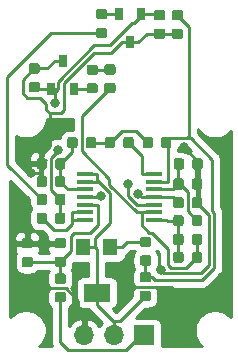
<source format=gtl>
G04 #@! TF.GenerationSoftware,KiCad,Pcbnew,(5.1.2)-1*
G04 #@! TF.CreationDate,2020-07-25T21:03:26+09:00*
G04 #@! TF.ProjectId,cs,63732e6b-6963-4616-945f-706362585858,v1.1*
G04 #@! TF.SameCoordinates,Original*
G04 #@! TF.FileFunction,Copper,L1,Top*
G04 #@! TF.FilePolarity,Positive*
%FSLAX46Y46*%
G04 Gerber Fmt 4.6, Leading zero omitted, Abs format (unit mm)*
G04 Created by KiCad (PCBNEW (5.1.2)-1) date 2020-07-25 21:03:26*
%MOMM*%
%LPD*%
G04 APERTURE LIST*
%ADD10R,1.297940X1.399540*%
%ADD11R,2.298700X1.498600*%
%ADD12C,0.100000*%
%ADD13C,0.875000*%
%ADD14R,1.450000X0.450000*%
%ADD15R,0.700000X1.000000*%
%ADD16O,1.700000X1.700000*%
%ADD17R,1.700000X1.700000*%
%ADD18C,0.800000*%
%ADD19C,0.250000*%
%ADD20C,0.254000*%
G04 APERTURE END LIST*
D10*
X144148080Y-130950220D03*
D11*
X143000000Y-134798320D03*
D10*
X141851920Y-130950220D03*
D12*
G36*
X137377691Y-131763053D02*
G01*
X137398926Y-131766203D01*
X137419750Y-131771419D01*
X137439962Y-131778651D01*
X137459368Y-131787830D01*
X137477781Y-131798866D01*
X137495024Y-131811654D01*
X137510930Y-131826070D01*
X137525346Y-131841976D01*
X137538134Y-131859219D01*
X137549170Y-131877632D01*
X137558349Y-131897038D01*
X137565581Y-131917250D01*
X137570797Y-131938074D01*
X137573947Y-131959309D01*
X137575000Y-131980750D01*
X137575000Y-132418250D01*
X137573947Y-132439691D01*
X137570797Y-132460926D01*
X137565581Y-132481750D01*
X137558349Y-132501962D01*
X137549170Y-132521368D01*
X137538134Y-132539781D01*
X137525346Y-132557024D01*
X137510930Y-132572930D01*
X137495024Y-132587346D01*
X137477781Y-132600134D01*
X137459368Y-132611170D01*
X137439962Y-132620349D01*
X137419750Y-132627581D01*
X137398926Y-132632797D01*
X137377691Y-132635947D01*
X137356250Y-132637000D01*
X136843750Y-132637000D01*
X136822309Y-132635947D01*
X136801074Y-132632797D01*
X136780250Y-132627581D01*
X136760038Y-132620349D01*
X136740632Y-132611170D01*
X136722219Y-132600134D01*
X136704976Y-132587346D01*
X136689070Y-132572930D01*
X136674654Y-132557024D01*
X136661866Y-132539781D01*
X136650830Y-132521368D01*
X136641651Y-132501962D01*
X136634419Y-132481750D01*
X136629203Y-132460926D01*
X136626053Y-132439691D01*
X136625000Y-132418250D01*
X136625000Y-131980750D01*
X136626053Y-131959309D01*
X136629203Y-131938074D01*
X136634419Y-131917250D01*
X136641651Y-131897038D01*
X136650830Y-131877632D01*
X136661866Y-131859219D01*
X136674654Y-131841976D01*
X136689070Y-131826070D01*
X136704976Y-131811654D01*
X136722219Y-131798866D01*
X136740632Y-131787830D01*
X136760038Y-131778651D01*
X136780250Y-131771419D01*
X136801074Y-131766203D01*
X136822309Y-131763053D01*
X136843750Y-131762000D01*
X137356250Y-131762000D01*
X137377691Y-131763053D01*
X137377691Y-131763053D01*
G37*
D13*
X137100000Y-132199500D03*
D12*
G36*
X137377691Y-130188053D02*
G01*
X137398926Y-130191203D01*
X137419750Y-130196419D01*
X137439962Y-130203651D01*
X137459368Y-130212830D01*
X137477781Y-130223866D01*
X137495024Y-130236654D01*
X137510930Y-130251070D01*
X137525346Y-130266976D01*
X137538134Y-130284219D01*
X137549170Y-130302632D01*
X137558349Y-130322038D01*
X137565581Y-130342250D01*
X137570797Y-130363074D01*
X137573947Y-130384309D01*
X137575000Y-130405750D01*
X137575000Y-130843250D01*
X137573947Y-130864691D01*
X137570797Y-130885926D01*
X137565581Y-130906750D01*
X137558349Y-130926962D01*
X137549170Y-130946368D01*
X137538134Y-130964781D01*
X137525346Y-130982024D01*
X137510930Y-130997930D01*
X137495024Y-131012346D01*
X137477781Y-131025134D01*
X137459368Y-131036170D01*
X137439962Y-131045349D01*
X137419750Y-131052581D01*
X137398926Y-131057797D01*
X137377691Y-131060947D01*
X137356250Y-131062000D01*
X136843750Y-131062000D01*
X136822309Y-131060947D01*
X136801074Y-131057797D01*
X136780250Y-131052581D01*
X136760038Y-131045349D01*
X136740632Y-131036170D01*
X136722219Y-131025134D01*
X136704976Y-131012346D01*
X136689070Y-130997930D01*
X136674654Y-130982024D01*
X136661866Y-130964781D01*
X136650830Y-130946368D01*
X136641651Y-130926962D01*
X136634419Y-130906750D01*
X136629203Y-130885926D01*
X136626053Y-130864691D01*
X136625000Y-130843250D01*
X136625000Y-130405750D01*
X136626053Y-130384309D01*
X136629203Y-130363074D01*
X136634419Y-130342250D01*
X136641651Y-130322038D01*
X136650830Y-130302632D01*
X136661866Y-130284219D01*
X136674654Y-130266976D01*
X136689070Y-130251070D01*
X136704976Y-130236654D01*
X136722219Y-130223866D01*
X136740632Y-130212830D01*
X136760038Y-130203651D01*
X136780250Y-130196419D01*
X136801074Y-130191203D01*
X136822309Y-130188053D01*
X136843750Y-130187000D01*
X137356250Y-130187000D01*
X137377691Y-130188053D01*
X137377691Y-130188053D01*
G37*
D13*
X137100000Y-130624500D03*
D14*
X141950000Y-128650000D03*
X141950000Y-128000000D03*
X141950000Y-127350000D03*
X141950000Y-126700000D03*
X141950000Y-126050000D03*
X141950000Y-125400000D03*
X141950000Y-124750000D03*
X147850000Y-124750000D03*
X147850000Y-125400000D03*
X147850000Y-126050000D03*
X147850000Y-126700000D03*
X147850000Y-127350000D03*
X147850000Y-128000000D03*
X147850000Y-128650000D03*
D15*
X140100000Y-115200000D03*
X141050000Y-117600000D03*
X139150000Y-117600000D03*
X145800000Y-113600000D03*
X144850000Y-111200000D03*
X146750000Y-111200000D03*
D12*
G36*
X140139691Y-124926053D02*
G01*
X140160926Y-124929203D01*
X140181750Y-124934419D01*
X140201962Y-124941651D01*
X140221368Y-124950830D01*
X140239781Y-124961866D01*
X140257024Y-124974654D01*
X140272930Y-124989070D01*
X140287346Y-125004976D01*
X140300134Y-125022219D01*
X140311170Y-125040632D01*
X140320349Y-125060038D01*
X140327581Y-125080250D01*
X140332797Y-125101074D01*
X140335947Y-125122309D01*
X140337000Y-125143750D01*
X140337000Y-125656250D01*
X140335947Y-125677691D01*
X140332797Y-125698926D01*
X140327581Y-125719750D01*
X140320349Y-125739962D01*
X140311170Y-125759368D01*
X140300134Y-125777781D01*
X140287346Y-125795024D01*
X140272930Y-125810930D01*
X140257024Y-125825346D01*
X140239781Y-125838134D01*
X140221368Y-125849170D01*
X140201962Y-125858349D01*
X140181750Y-125865581D01*
X140160926Y-125870797D01*
X140139691Y-125873947D01*
X140118250Y-125875000D01*
X139680750Y-125875000D01*
X139659309Y-125873947D01*
X139638074Y-125870797D01*
X139617250Y-125865581D01*
X139597038Y-125858349D01*
X139577632Y-125849170D01*
X139559219Y-125838134D01*
X139541976Y-125825346D01*
X139526070Y-125810930D01*
X139511654Y-125795024D01*
X139498866Y-125777781D01*
X139487830Y-125759368D01*
X139478651Y-125739962D01*
X139471419Y-125719750D01*
X139466203Y-125698926D01*
X139463053Y-125677691D01*
X139462000Y-125656250D01*
X139462000Y-125143750D01*
X139463053Y-125122309D01*
X139466203Y-125101074D01*
X139471419Y-125080250D01*
X139478651Y-125060038D01*
X139487830Y-125040632D01*
X139498866Y-125022219D01*
X139511654Y-125004976D01*
X139526070Y-124989070D01*
X139541976Y-124974654D01*
X139559219Y-124961866D01*
X139577632Y-124950830D01*
X139597038Y-124941651D01*
X139617250Y-124934419D01*
X139638074Y-124929203D01*
X139659309Y-124926053D01*
X139680750Y-124925000D01*
X140118250Y-124925000D01*
X140139691Y-124926053D01*
X140139691Y-124926053D01*
G37*
D13*
X139899500Y-125400000D03*
D12*
G36*
X138564691Y-124926053D02*
G01*
X138585926Y-124929203D01*
X138606750Y-124934419D01*
X138626962Y-124941651D01*
X138646368Y-124950830D01*
X138664781Y-124961866D01*
X138682024Y-124974654D01*
X138697930Y-124989070D01*
X138712346Y-125004976D01*
X138725134Y-125022219D01*
X138736170Y-125040632D01*
X138745349Y-125060038D01*
X138752581Y-125080250D01*
X138757797Y-125101074D01*
X138760947Y-125122309D01*
X138762000Y-125143750D01*
X138762000Y-125656250D01*
X138760947Y-125677691D01*
X138757797Y-125698926D01*
X138752581Y-125719750D01*
X138745349Y-125739962D01*
X138736170Y-125759368D01*
X138725134Y-125777781D01*
X138712346Y-125795024D01*
X138697930Y-125810930D01*
X138682024Y-125825346D01*
X138664781Y-125838134D01*
X138646368Y-125849170D01*
X138626962Y-125858349D01*
X138606750Y-125865581D01*
X138585926Y-125870797D01*
X138564691Y-125873947D01*
X138543250Y-125875000D01*
X138105750Y-125875000D01*
X138084309Y-125873947D01*
X138063074Y-125870797D01*
X138042250Y-125865581D01*
X138022038Y-125858349D01*
X138002632Y-125849170D01*
X137984219Y-125838134D01*
X137966976Y-125825346D01*
X137951070Y-125810930D01*
X137936654Y-125795024D01*
X137923866Y-125777781D01*
X137912830Y-125759368D01*
X137903651Y-125739962D01*
X137896419Y-125719750D01*
X137891203Y-125698926D01*
X137888053Y-125677691D01*
X137887000Y-125656250D01*
X137887000Y-125143750D01*
X137888053Y-125122309D01*
X137891203Y-125101074D01*
X137896419Y-125080250D01*
X137903651Y-125060038D01*
X137912830Y-125040632D01*
X137923866Y-125022219D01*
X137936654Y-125004976D01*
X137951070Y-124989070D01*
X137966976Y-124974654D01*
X137984219Y-124961866D01*
X138002632Y-124950830D01*
X138022038Y-124941651D01*
X138042250Y-124934419D01*
X138063074Y-124929203D01*
X138084309Y-124926053D01*
X138105750Y-124925000D01*
X138543250Y-124925000D01*
X138564691Y-124926053D01*
X138564691Y-124926053D01*
G37*
D13*
X138324500Y-125400000D03*
D12*
G36*
X141164691Y-121626053D02*
G01*
X141185926Y-121629203D01*
X141206750Y-121634419D01*
X141226962Y-121641651D01*
X141246368Y-121650830D01*
X141264781Y-121661866D01*
X141282024Y-121674654D01*
X141297930Y-121689070D01*
X141312346Y-121704976D01*
X141325134Y-121722219D01*
X141336170Y-121740632D01*
X141345349Y-121760038D01*
X141352581Y-121780250D01*
X141357797Y-121801074D01*
X141360947Y-121822309D01*
X141362000Y-121843750D01*
X141362000Y-122356250D01*
X141360947Y-122377691D01*
X141357797Y-122398926D01*
X141352581Y-122419750D01*
X141345349Y-122439962D01*
X141336170Y-122459368D01*
X141325134Y-122477781D01*
X141312346Y-122495024D01*
X141297930Y-122510930D01*
X141282024Y-122525346D01*
X141264781Y-122538134D01*
X141246368Y-122549170D01*
X141226962Y-122558349D01*
X141206750Y-122565581D01*
X141185926Y-122570797D01*
X141164691Y-122573947D01*
X141143250Y-122575000D01*
X140705750Y-122575000D01*
X140684309Y-122573947D01*
X140663074Y-122570797D01*
X140642250Y-122565581D01*
X140622038Y-122558349D01*
X140602632Y-122549170D01*
X140584219Y-122538134D01*
X140566976Y-122525346D01*
X140551070Y-122510930D01*
X140536654Y-122495024D01*
X140523866Y-122477781D01*
X140512830Y-122459368D01*
X140503651Y-122439962D01*
X140496419Y-122419750D01*
X140491203Y-122398926D01*
X140488053Y-122377691D01*
X140487000Y-122356250D01*
X140487000Y-121843750D01*
X140488053Y-121822309D01*
X140491203Y-121801074D01*
X140496419Y-121780250D01*
X140503651Y-121760038D01*
X140512830Y-121740632D01*
X140523866Y-121722219D01*
X140536654Y-121704976D01*
X140551070Y-121689070D01*
X140566976Y-121674654D01*
X140584219Y-121661866D01*
X140602632Y-121650830D01*
X140622038Y-121641651D01*
X140642250Y-121634419D01*
X140663074Y-121629203D01*
X140684309Y-121626053D01*
X140705750Y-121625000D01*
X141143250Y-121625000D01*
X141164691Y-121626053D01*
X141164691Y-121626053D01*
G37*
D13*
X140924500Y-122100000D03*
D12*
G36*
X142739691Y-121626053D02*
G01*
X142760926Y-121629203D01*
X142781750Y-121634419D01*
X142801962Y-121641651D01*
X142821368Y-121650830D01*
X142839781Y-121661866D01*
X142857024Y-121674654D01*
X142872930Y-121689070D01*
X142887346Y-121704976D01*
X142900134Y-121722219D01*
X142911170Y-121740632D01*
X142920349Y-121760038D01*
X142927581Y-121780250D01*
X142932797Y-121801074D01*
X142935947Y-121822309D01*
X142937000Y-121843750D01*
X142937000Y-122356250D01*
X142935947Y-122377691D01*
X142932797Y-122398926D01*
X142927581Y-122419750D01*
X142920349Y-122439962D01*
X142911170Y-122459368D01*
X142900134Y-122477781D01*
X142887346Y-122495024D01*
X142872930Y-122510930D01*
X142857024Y-122525346D01*
X142839781Y-122538134D01*
X142821368Y-122549170D01*
X142801962Y-122558349D01*
X142781750Y-122565581D01*
X142760926Y-122570797D01*
X142739691Y-122573947D01*
X142718250Y-122575000D01*
X142280750Y-122575000D01*
X142259309Y-122573947D01*
X142238074Y-122570797D01*
X142217250Y-122565581D01*
X142197038Y-122558349D01*
X142177632Y-122549170D01*
X142159219Y-122538134D01*
X142141976Y-122525346D01*
X142126070Y-122510930D01*
X142111654Y-122495024D01*
X142098866Y-122477781D01*
X142087830Y-122459368D01*
X142078651Y-122439962D01*
X142071419Y-122419750D01*
X142066203Y-122398926D01*
X142063053Y-122377691D01*
X142062000Y-122356250D01*
X142062000Y-121843750D01*
X142063053Y-121822309D01*
X142066203Y-121801074D01*
X142071419Y-121780250D01*
X142078651Y-121760038D01*
X142087830Y-121740632D01*
X142098866Y-121722219D01*
X142111654Y-121704976D01*
X142126070Y-121689070D01*
X142141976Y-121674654D01*
X142159219Y-121661866D01*
X142177632Y-121650830D01*
X142197038Y-121641651D01*
X142217250Y-121634419D01*
X142238074Y-121629203D01*
X142259309Y-121626053D01*
X142280750Y-121625000D01*
X142718250Y-121625000D01*
X142739691Y-121626053D01*
X142739691Y-121626053D01*
G37*
D13*
X142499500Y-122100000D03*
D12*
G36*
X147402691Y-131639053D02*
G01*
X147423926Y-131642203D01*
X147444750Y-131647419D01*
X147464962Y-131654651D01*
X147484368Y-131663830D01*
X147502781Y-131674866D01*
X147520024Y-131687654D01*
X147535930Y-131702070D01*
X147550346Y-131717976D01*
X147563134Y-131735219D01*
X147574170Y-131753632D01*
X147583349Y-131773038D01*
X147590581Y-131793250D01*
X147595797Y-131814074D01*
X147598947Y-131835309D01*
X147600000Y-131856750D01*
X147600000Y-132294250D01*
X147598947Y-132315691D01*
X147595797Y-132336926D01*
X147590581Y-132357750D01*
X147583349Y-132377962D01*
X147574170Y-132397368D01*
X147563134Y-132415781D01*
X147550346Y-132433024D01*
X147535930Y-132448930D01*
X147520024Y-132463346D01*
X147502781Y-132476134D01*
X147484368Y-132487170D01*
X147464962Y-132496349D01*
X147444750Y-132503581D01*
X147423926Y-132508797D01*
X147402691Y-132511947D01*
X147381250Y-132513000D01*
X146868750Y-132513000D01*
X146847309Y-132511947D01*
X146826074Y-132508797D01*
X146805250Y-132503581D01*
X146785038Y-132496349D01*
X146765632Y-132487170D01*
X146747219Y-132476134D01*
X146729976Y-132463346D01*
X146714070Y-132448930D01*
X146699654Y-132433024D01*
X146686866Y-132415781D01*
X146675830Y-132397368D01*
X146666651Y-132377962D01*
X146659419Y-132357750D01*
X146654203Y-132336926D01*
X146651053Y-132315691D01*
X146650000Y-132294250D01*
X146650000Y-131856750D01*
X146651053Y-131835309D01*
X146654203Y-131814074D01*
X146659419Y-131793250D01*
X146666651Y-131773038D01*
X146675830Y-131753632D01*
X146686866Y-131735219D01*
X146699654Y-131717976D01*
X146714070Y-131702070D01*
X146729976Y-131687654D01*
X146747219Y-131674866D01*
X146765632Y-131663830D01*
X146785038Y-131654651D01*
X146805250Y-131647419D01*
X146826074Y-131642203D01*
X146847309Y-131639053D01*
X146868750Y-131638000D01*
X147381250Y-131638000D01*
X147402691Y-131639053D01*
X147402691Y-131639053D01*
G37*
D13*
X147125000Y-132075500D03*
D12*
G36*
X147402691Y-130064053D02*
G01*
X147423926Y-130067203D01*
X147444750Y-130072419D01*
X147464962Y-130079651D01*
X147484368Y-130088830D01*
X147502781Y-130099866D01*
X147520024Y-130112654D01*
X147535930Y-130127070D01*
X147550346Y-130142976D01*
X147563134Y-130160219D01*
X147574170Y-130178632D01*
X147583349Y-130198038D01*
X147590581Y-130218250D01*
X147595797Y-130239074D01*
X147598947Y-130260309D01*
X147600000Y-130281750D01*
X147600000Y-130719250D01*
X147598947Y-130740691D01*
X147595797Y-130761926D01*
X147590581Y-130782750D01*
X147583349Y-130802962D01*
X147574170Y-130822368D01*
X147563134Y-130840781D01*
X147550346Y-130858024D01*
X147535930Y-130873930D01*
X147520024Y-130888346D01*
X147502781Y-130901134D01*
X147484368Y-130912170D01*
X147464962Y-130921349D01*
X147444750Y-130928581D01*
X147423926Y-130933797D01*
X147402691Y-130936947D01*
X147381250Y-130938000D01*
X146868750Y-130938000D01*
X146847309Y-130936947D01*
X146826074Y-130933797D01*
X146805250Y-130928581D01*
X146785038Y-130921349D01*
X146765632Y-130912170D01*
X146747219Y-130901134D01*
X146729976Y-130888346D01*
X146714070Y-130873930D01*
X146699654Y-130858024D01*
X146686866Y-130840781D01*
X146675830Y-130822368D01*
X146666651Y-130802962D01*
X146659419Y-130782750D01*
X146654203Y-130761926D01*
X146651053Y-130740691D01*
X146650000Y-130719250D01*
X146650000Y-130281750D01*
X146651053Y-130260309D01*
X146654203Y-130239074D01*
X146659419Y-130218250D01*
X146666651Y-130198038D01*
X146675830Y-130178632D01*
X146686866Y-130160219D01*
X146699654Y-130142976D01*
X146714070Y-130127070D01*
X146729976Y-130112654D01*
X146747219Y-130099866D01*
X146765632Y-130088830D01*
X146785038Y-130079651D01*
X146805250Y-130072419D01*
X146826074Y-130067203D01*
X146847309Y-130064053D01*
X146868750Y-130063000D01*
X147381250Y-130063000D01*
X147402691Y-130064053D01*
X147402691Y-130064053D01*
G37*
D13*
X147125000Y-130500500D03*
D12*
G36*
X150077691Y-112439053D02*
G01*
X150098926Y-112442203D01*
X150119750Y-112447419D01*
X150139962Y-112454651D01*
X150159368Y-112463830D01*
X150177781Y-112474866D01*
X150195024Y-112487654D01*
X150210930Y-112502070D01*
X150225346Y-112517976D01*
X150238134Y-112535219D01*
X150249170Y-112553632D01*
X150258349Y-112573038D01*
X150265581Y-112593250D01*
X150270797Y-112614074D01*
X150273947Y-112635309D01*
X150275000Y-112656750D01*
X150275000Y-113094250D01*
X150273947Y-113115691D01*
X150270797Y-113136926D01*
X150265581Y-113157750D01*
X150258349Y-113177962D01*
X150249170Y-113197368D01*
X150238134Y-113215781D01*
X150225346Y-113233024D01*
X150210930Y-113248930D01*
X150195024Y-113263346D01*
X150177781Y-113276134D01*
X150159368Y-113287170D01*
X150139962Y-113296349D01*
X150119750Y-113303581D01*
X150098926Y-113308797D01*
X150077691Y-113311947D01*
X150056250Y-113313000D01*
X149543750Y-113313000D01*
X149522309Y-113311947D01*
X149501074Y-113308797D01*
X149480250Y-113303581D01*
X149460038Y-113296349D01*
X149440632Y-113287170D01*
X149422219Y-113276134D01*
X149404976Y-113263346D01*
X149389070Y-113248930D01*
X149374654Y-113233024D01*
X149361866Y-113215781D01*
X149350830Y-113197368D01*
X149341651Y-113177962D01*
X149334419Y-113157750D01*
X149329203Y-113136926D01*
X149326053Y-113115691D01*
X149325000Y-113094250D01*
X149325000Y-112656750D01*
X149326053Y-112635309D01*
X149329203Y-112614074D01*
X149334419Y-112593250D01*
X149341651Y-112573038D01*
X149350830Y-112553632D01*
X149361866Y-112535219D01*
X149374654Y-112517976D01*
X149389070Y-112502070D01*
X149404976Y-112487654D01*
X149422219Y-112474866D01*
X149440632Y-112463830D01*
X149460038Y-112454651D01*
X149480250Y-112447419D01*
X149501074Y-112442203D01*
X149522309Y-112439053D01*
X149543750Y-112438000D01*
X150056250Y-112438000D01*
X150077691Y-112439053D01*
X150077691Y-112439053D01*
G37*
D13*
X149800000Y-112875500D03*
D12*
G36*
X150077691Y-110864053D02*
G01*
X150098926Y-110867203D01*
X150119750Y-110872419D01*
X150139962Y-110879651D01*
X150159368Y-110888830D01*
X150177781Y-110899866D01*
X150195024Y-110912654D01*
X150210930Y-110927070D01*
X150225346Y-110942976D01*
X150238134Y-110960219D01*
X150249170Y-110978632D01*
X150258349Y-110998038D01*
X150265581Y-111018250D01*
X150270797Y-111039074D01*
X150273947Y-111060309D01*
X150275000Y-111081750D01*
X150275000Y-111519250D01*
X150273947Y-111540691D01*
X150270797Y-111561926D01*
X150265581Y-111582750D01*
X150258349Y-111602962D01*
X150249170Y-111622368D01*
X150238134Y-111640781D01*
X150225346Y-111658024D01*
X150210930Y-111673930D01*
X150195024Y-111688346D01*
X150177781Y-111701134D01*
X150159368Y-111712170D01*
X150139962Y-111721349D01*
X150119750Y-111728581D01*
X150098926Y-111733797D01*
X150077691Y-111736947D01*
X150056250Y-111738000D01*
X149543750Y-111738000D01*
X149522309Y-111736947D01*
X149501074Y-111733797D01*
X149480250Y-111728581D01*
X149460038Y-111721349D01*
X149440632Y-111712170D01*
X149422219Y-111701134D01*
X149404976Y-111688346D01*
X149389070Y-111673930D01*
X149374654Y-111658024D01*
X149361866Y-111640781D01*
X149350830Y-111622368D01*
X149341651Y-111602962D01*
X149334419Y-111582750D01*
X149329203Y-111561926D01*
X149326053Y-111540691D01*
X149325000Y-111519250D01*
X149325000Y-111081750D01*
X149326053Y-111060309D01*
X149329203Y-111039074D01*
X149334419Y-111018250D01*
X149341651Y-110998038D01*
X149350830Y-110978632D01*
X149361866Y-110960219D01*
X149374654Y-110942976D01*
X149389070Y-110927070D01*
X149404976Y-110912654D01*
X149422219Y-110899866D01*
X149440632Y-110888830D01*
X149460038Y-110879651D01*
X149480250Y-110872419D01*
X149501074Y-110867203D01*
X149522309Y-110864053D01*
X149543750Y-110863000D01*
X150056250Y-110863000D01*
X150077691Y-110864053D01*
X150077691Y-110864053D01*
G37*
D13*
X149800000Y-111300500D03*
D12*
G36*
X150140691Y-125126053D02*
G01*
X150161926Y-125129203D01*
X150182750Y-125134419D01*
X150202962Y-125141651D01*
X150222368Y-125150830D01*
X150240781Y-125161866D01*
X150258024Y-125174654D01*
X150273930Y-125189070D01*
X150288346Y-125204976D01*
X150301134Y-125222219D01*
X150312170Y-125240632D01*
X150321349Y-125260038D01*
X150328581Y-125280250D01*
X150333797Y-125301074D01*
X150336947Y-125322309D01*
X150338000Y-125343750D01*
X150338000Y-125856250D01*
X150336947Y-125877691D01*
X150333797Y-125898926D01*
X150328581Y-125919750D01*
X150321349Y-125939962D01*
X150312170Y-125959368D01*
X150301134Y-125977781D01*
X150288346Y-125995024D01*
X150273930Y-126010930D01*
X150258024Y-126025346D01*
X150240781Y-126038134D01*
X150222368Y-126049170D01*
X150202962Y-126058349D01*
X150182750Y-126065581D01*
X150161926Y-126070797D01*
X150140691Y-126073947D01*
X150119250Y-126075000D01*
X149681750Y-126075000D01*
X149660309Y-126073947D01*
X149639074Y-126070797D01*
X149618250Y-126065581D01*
X149598038Y-126058349D01*
X149578632Y-126049170D01*
X149560219Y-126038134D01*
X149542976Y-126025346D01*
X149527070Y-126010930D01*
X149512654Y-125995024D01*
X149499866Y-125977781D01*
X149488830Y-125959368D01*
X149479651Y-125939962D01*
X149472419Y-125919750D01*
X149467203Y-125898926D01*
X149464053Y-125877691D01*
X149463000Y-125856250D01*
X149463000Y-125343750D01*
X149464053Y-125322309D01*
X149467203Y-125301074D01*
X149472419Y-125280250D01*
X149479651Y-125260038D01*
X149488830Y-125240632D01*
X149499866Y-125222219D01*
X149512654Y-125204976D01*
X149527070Y-125189070D01*
X149542976Y-125174654D01*
X149560219Y-125161866D01*
X149578632Y-125150830D01*
X149598038Y-125141651D01*
X149618250Y-125134419D01*
X149639074Y-125129203D01*
X149660309Y-125126053D01*
X149681750Y-125125000D01*
X150119250Y-125125000D01*
X150140691Y-125126053D01*
X150140691Y-125126053D01*
G37*
D13*
X149900500Y-125600000D03*
D12*
G36*
X151715691Y-125126053D02*
G01*
X151736926Y-125129203D01*
X151757750Y-125134419D01*
X151777962Y-125141651D01*
X151797368Y-125150830D01*
X151815781Y-125161866D01*
X151833024Y-125174654D01*
X151848930Y-125189070D01*
X151863346Y-125204976D01*
X151876134Y-125222219D01*
X151887170Y-125240632D01*
X151896349Y-125260038D01*
X151903581Y-125280250D01*
X151908797Y-125301074D01*
X151911947Y-125322309D01*
X151913000Y-125343750D01*
X151913000Y-125856250D01*
X151911947Y-125877691D01*
X151908797Y-125898926D01*
X151903581Y-125919750D01*
X151896349Y-125939962D01*
X151887170Y-125959368D01*
X151876134Y-125977781D01*
X151863346Y-125995024D01*
X151848930Y-126010930D01*
X151833024Y-126025346D01*
X151815781Y-126038134D01*
X151797368Y-126049170D01*
X151777962Y-126058349D01*
X151757750Y-126065581D01*
X151736926Y-126070797D01*
X151715691Y-126073947D01*
X151694250Y-126075000D01*
X151256750Y-126075000D01*
X151235309Y-126073947D01*
X151214074Y-126070797D01*
X151193250Y-126065581D01*
X151173038Y-126058349D01*
X151153632Y-126049170D01*
X151135219Y-126038134D01*
X151117976Y-126025346D01*
X151102070Y-126010930D01*
X151087654Y-125995024D01*
X151074866Y-125977781D01*
X151063830Y-125959368D01*
X151054651Y-125939962D01*
X151047419Y-125919750D01*
X151042203Y-125898926D01*
X151039053Y-125877691D01*
X151038000Y-125856250D01*
X151038000Y-125343750D01*
X151039053Y-125322309D01*
X151042203Y-125301074D01*
X151047419Y-125280250D01*
X151054651Y-125260038D01*
X151063830Y-125240632D01*
X151074866Y-125222219D01*
X151087654Y-125204976D01*
X151102070Y-125189070D01*
X151117976Y-125174654D01*
X151135219Y-125161866D01*
X151153632Y-125150830D01*
X151173038Y-125141651D01*
X151193250Y-125134419D01*
X151214074Y-125129203D01*
X151235309Y-125126053D01*
X151256750Y-125125000D01*
X151694250Y-125125000D01*
X151715691Y-125126053D01*
X151715691Y-125126053D01*
G37*
D13*
X151475500Y-125600000D03*
D12*
G36*
X150140691Y-129826053D02*
G01*
X150161926Y-129829203D01*
X150182750Y-129834419D01*
X150202962Y-129841651D01*
X150222368Y-129850830D01*
X150240781Y-129861866D01*
X150258024Y-129874654D01*
X150273930Y-129889070D01*
X150288346Y-129904976D01*
X150301134Y-129922219D01*
X150312170Y-129940632D01*
X150321349Y-129960038D01*
X150328581Y-129980250D01*
X150333797Y-130001074D01*
X150336947Y-130022309D01*
X150338000Y-130043750D01*
X150338000Y-130556250D01*
X150336947Y-130577691D01*
X150333797Y-130598926D01*
X150328581Y-130619750D01*
X150321349Y-130639962D01*
X150312170Y-130659368D01*
X150301134Y-130677781D01*
X150288346Y-130695024D01*
X150273930Y-130710930D01*
X150258024Y-130725346D01*
X150240781Y-130738134D01*
X150222368Y-130749170D01*
X150202962Y-130758349D01*
X150182750Y-130765581D01*
X150161926Y-130770797D01*
X150140691Y-130773947D01*
X150119250Y-130775000D01*
X149681750Y-130775000D01*
X149660309Y-130773947D01*
X149639074Y-130770797D01*
X149618250Y-130765581D01*
X149598038Y-130758349D01*
X149578632Y-130749170D01*
X149560219Y-130738134D01*
X149542976Y-130725346D01*
X149527070Y-130710930D01*
X149512654Y-130695024D01*
X149499866Y-130677781D01*
X149488830Y-130659368D01*
X149479651Y-130639962D01*
X149472419Y-130619750D01*
X149467203Y-130598926D01*
X149464053Y-130577691D01*
X149463000Y-130556250D01*
X149463000Y-130043750D01*
X149464053Y-130022309D01*
X149467203Y-130001074D01*
X149472419Y-129980250D01*
X149479651Y-129960038D01*
X149488830Y-129940632D01*
X149499866Y-129922219D01*
X149512654Y-129904976D01*
X149527070Y-129889070D01*
X149542976Y-129874654D01*
X149560219Y-129861866D01*
X149578632Y-129850830D01*
X149598038Y-129841651D01*
X149618250Y-129834419D01*
X149639074Y-129829203D01*
X149660309Y-129826053D01*
X149681750Y-129825000D01*
X150119250Y-129825000D01*
X150140691Y-129826053D01*
X150140691Y-129826053D01*
G37*
D13*
X149900500Y-130300000D03*
D12*
G36*
X151715691Y-129826053D02*
G01*
X151736926Y-129829203D01*
X151757750Y-129834419D01*
X151777962Y-129841651D01*
X151797368Y-129850830D01*
X151815781Y-129861866D01*
X151833024Y-129874654D01*
X151848930Y-129889070D01*
X151863346Y-129904976D01*
X151876134Y-129922219D01*
X151887170Y-129940632D01*
X151896349Y-129960038D01*
X151903581Y-129980250D01*
X151908797Y-130001074D01*
X151911947Y-130022309D01*
X151913000Y-130043750D01*
X151913000Y-130556250D01*
X151911947Y-130577691D01*
X151908797Y-130598926D01*
X151903581Y-130619750D01*
X151896349Y-130639962D01*
X151887170Y-130659368D01*
X151876134Y-130677781D01*
X151863346Y-130695024D01*
X151848930Y-130710930D01*
X151833024Y-130725346D01*
X151815781Y-130738134D01*
X151797368Y-130749170D01*
X151777962Y-130758349D01*
X151757750Y-130765581D01*
X151736926Y-130770797D01*
X151715691Y-130773947D01*
X151694250Y-130775000D01*
X151256750Y-130775000D01*
X151235309Y-130773947D01*
X151214074Y-130770797D01*
X151193250Y-130765581D01*
X151173038Y-130758349D01*
X151153632Y-130749170D01*
X151135219Y-130738134D01*
X151117976Y-130725346D01*
X151102070Y-130710930D01*
X151087654Y-130695024D01*
X151074866Y-130677781D01*
X151063830Y-130659368D01*
X151054651Y-130639962D01*
X151047419Y-130619750D01*
X151042203Y-130598926D01*
X151039053Y-130577691D01*
X151038000Y-130556250D01*
X151038000Y-130043750D01*
X151039053Y-130022309D01*
X151042203Y-130001074D01*
X151047419Y-129980250D01*
X151054651Y-129960038D01*
X151063830Y-129940632D01*
X151074866Y-129922219D01*
X151087654Y-129904976D01*
X151102070Y-129889070D01*
X151117976Y-129874654D01*
X151135219Y-129861866D01*
X151153632Y-129850830D01*
X151173038Y-129841651D01*
X151193250Y-129834419D01*
X151214074Y-129829203D01*
X151235309Y-129826053D01*
X151256750Y-129825000D01*
X151694250Y-129825000D01*
X151715691Y-129826053D01*
X151715691Y-129826053D01*
G37*
D13*
X151475500Y-130300000D03*
D12*
G36*
X138564691Y-128026053D02*
G01*
X138585926Y-128029203D01*
X138606750Y-128034419D01*
X138626962Y-128041651D01*
X138646368Y-128050830D01*
X138664781Y-128061866D01*
X138682024Y-128074654D01*
X138697930Y-128089070D01*
X138712346Y-128104976D01*
X138725134Y-128122219D01*
X138736170Y-128140632D01*
X138745349Y-128160038D01*
X138752581Y-128180250D01*
X138757797Y-128201074D01*
X138760947Y-128222309D01*
X138762000Y-128243750D01*
X138762000Y-128756250D01*
X138760947Y-128777691D01*
X138757797Y-128798926D01*
X138752581Y-128819750D01*
X138745349Y-128839962D01*
X138736170Y-128859368D01*
X138725134Y-128877781D01*
X138712346Y-128895024D01*
X138697930Y-128910930D01*
X138682024Y-128925346D01*
X138664781Y-128938134D01*
X138646368Y-128949170D01*
X138626962Y-128958349D01*
X138606750Y-128965581D01*
X138585926Y-128970797D01*
X138564691Y-128973947D01*
X138543250Y-128975000D01*
X138105750Y-128975000D01*
X138084309Y-128973947D01*
X138063074Y-128970797D01*
X138042250Y-128965581D01*
X138022038Y-128958349D01*
X138002632Y-128949170D01*
X137984219Y-128938134D01*
X137966976Y-128925346D01*
X137951070Y-128910930D01*
X137936654Y-128895024D01*
X137923866Y-128877781D01*
X137912830Y-128859368D01*
X137903651Y-128839962D01*
X137896419Y-128819750D01*
X137891203Y-128798926D01*
X137888053Y-128777691D01*
X137887000Y-128756250D01*
X137887000Y-128243750D01*
X137888053Y-128222309D01*
X137891203Y-128201074D01*
X137896419Y-128180250D01*
X137903651Y-128160038D01*
X137912830Y-128140632D01*
X137923866Y-128122219D01*
X137936654Y-128104976D01*
X137951070Y-128089070D01*
X137966976Y-128074654D01*
X137984219Y-128061866D01*
X138002632Y-128050830D01*
X138022038Y-128041651D01*
X138042250Y-128034419D01*
X138063074Y-128029203D01*
X138084309Y-128026053D01*
X138105750Y-128025000D01*
X138543250Y-128025000D01*
X138564691Y-128026053D01*
X138564691Y-128026053D01*
G37*
D13*
X138324500Y-128500000D03*
D12*
G36*
X140139691Y-128026053D02*
G01*
X140160926Y-128029203D01*
X140181750Y-128034419D01*
X140201962Y-128041651D01*
X140221368Y-128050830D01*
X140239781Y-128061866D01*
X140257024Y-128074654D01*
X140272930Y-128089070D01*
X140287346Y-128104976D01*
X140300134Y-128122219D01*
X140311170Y-128140632D01*
X140320349Y-128160038D01*
X140327581Y-128180250D01*
X140332797Y-128201074D01*
X140335947Y-128222309D01*
X140337000Y-128243750D01*
X140337000Y-128756250D01*
X140335947Y-128777691D01*
X140332797Y-128798926D01*
X140327581Y-128819750D01*
X140320349Y-128839962D01*
X140311170Y-128859368D01*
X140300134Y-128877781D01*
X140287346Y-128895024D01*
X140272930Y-128910930D01*
X140257024Y-128925346D01*
X140239781Y-128938134D01*
X140221368Y-128949170D01*
X140201962Y-128958349D01*
X140181750Y-128965581D01*
X140160926Y-128970797D01*
X140139691Y-128973947D01*
X140118250Y-128975000D01*
X139680750Y-128975000D01*
X139659309Y-128973947D01*
X139638074Y-128970797D01*
X139617250Y-128965581D01*
X139597038Y-128958349D01*
X139577632Y-128949170D01*
X139559219Y-128938134D01*
X139541976Y-128925346D01*
X139526070Y-128910930D01*
X139511654Y-128895024D01*
X139498866Y-128877781D01*
X139487830Y-128859368D01*
X139478651Y-128839962D01*
X139471419Y-128819750D01*
X139466203Y-128798926D01*
X139463053Y-128777691D01*
X139462000Y-128756250D01*
X139462000Y-128243750D01*
X139463053Y-128222309D01*
X139466203Y-128201074D01*
X139471419Y-128180250D01*
X139478651Y-128160038D01*
X139487830Y-128140632D01*
X139498866Y-128122219D01*
X139511654Y-128104976D01*
X139526070Y-128089070D01*
X139541976Y-128074654D01*
X139559219Y-128061866D01*
X139577632Y-128050830D01*
X139597038Y-128041651D01*
X139617250Y-128034419D01*
X139638074Y-128029203D01*
X139659309Y-128026053D01*
X139680750Y-128025000D01*
X140118250Y-128025000D01*
X140139691Y-128026053D01*
X140139691Y-128026053D01*
G37*
D13*
X139899500Y-128500000D03*
D12*
G36*
X140139691Y-126426053D02*
G01*
X140160926Y-126429203D01*
X140181750Y-126434419D01*
X140201962Y-126441651D01*
X140221368Y-126450830D01*
X140239781Y-126461866D01*
X140257024Y-126474654D01*
X140272930Y-126489070D01*
X140287346Y-126504976D01*
X140300134Y-126522219D01*
X140311170Y-126540632D01*
X140320349Y-126560038D01*
X140327581Y-126580250D01*
X140332797Y-126601074D01*
X140335947Y-126622309D01*
X140337000Y-126643750D01*
X140337000Y-127156250D01*
X140335947Y-127177691D01*
X140332797Y-127198926D01*
X140327581Y-127219750D01*
X140320349Y-127239962D01*
X140311170Y-127259368D01*
X140300134Y-127277781D01*
X140287346Y-127295024D01*
X140272930Y-127310930D01*
X140257024Y-127325346D01*
X140239781Y-127338134D01*
X140221368Y-127349170D01*
X140201962Y-127358349D01*
X140181750Y-127365581D01*
X140160926Y-127370797D01*
X140139691Y-127373947D01*
X140118250Y-127375000D01*
X139680750Y-127375000D01*
X139659309Y-127373947D01*
X139638074Y-127370797D01*
X139617250Y-127365581D01*
X139597038Y-127358349D01*
X139577632Y-127349170D01*
X139559219Y-127338134D01*
X139541976Y-127325346D01*
X139526070Y-127310930D01*
X139511654Y-127295024D01*
X139498866Y-127277781D01*
X139487830Y-127259368D01*
X139478651Y-127239962D01*
X139471419Y-127219750D01*
X139466203Y-127198926D01*
X139463053Y-127177691D01*
X139462000Y-127156250D01*
X139462000Y-126643750D01*
X139463053Y-126622309D01*
X139466203Y-126601074D01*
X139471419Y-126580250D01*
X139478651Y-126560038D01*
X139487830Y-126540632D01*
X139498866Y-126522219D01*
X139511654Y-126504976D01*
X139526070Y-126489070D01*
X139541976Y-126474654D01*
X139559219Y-126461866D01*
X139577632Y-126450830D01*
X139597038Y-126441651D01*
X139617250Y-126434419D01*
X139638074Y-126429203D01*
X139659309Y-126426053D01*
X139680750Y-126425000D01*
X140118250Y-126425000D01*
X140139691Y-126426053D01*
X140139691Y-126426053D01*
G37*
D13*
X139899500Y-126900000D03*
D12*
G36*
X138564691Y-126426053D02*
G01*
X138585926Y-126429203D01*
X138606750Y-126434419D01*
X138626962Y-126441651D01*
X138646368Y-126450830D01*
X138664781Y-126461866D01*
X138682024Y-126474654D01*
X138697930Y-126489070D01*
X138712346Y-126504976D01*
X138725134Y-126522219D01*
X138736170Y-126540632D01*
X138745349Y-126560038D01*
X138752581Y-126580250D01*
X138757797Y-126601074D01*
X138760947Y-126622309D01*
X138762000Y-126643750D01*
X138762000Y-127156250D01*
X138760947Y-127177691D01*
X138757797Y-127198926D01*
X138752581Y-127219750D01*
X138745349Y-127239962D01*
X138736170Y-127259368D01*
X138725134Y-127277781D01*
X138712346Y-127295024D01*
X138697930Y-127310930D01*
X138682024Y-127325346D01*
X138664781Y-127338134D01*
X138646368Y-127349170D01*
X138626962Y-127358349D01*
X138606750Y-127365581D01*
X138585926Y-127370797D01*
X138564691Y-127373947D01*
X138543250Y-127375000D01*
X138105750Y-127375000D01*
X138084309Y-127373947D01*
X138063074Y-127370797D01*
X138042250Y-127365581D01*
X138022038Y-127358349D01*
X138002632Y-127349170D01*
X137984219Y-127338134D01*
X137966976Y-127325346D01*
X137951070Y-127310930D01*
X137936654Y-127295024D01*
X137923866Y-127277781D01*
X137912830Y-127259368D01*
X137903651Y-127239962D01*
X137896419Y-127219750D01*
X137891203Y-127198926D01*
X137888053Y-127177691D01*
X137887000Y-127156250D01*
X137887000Y-126643750D01*
X137888053Y-126622309D01*
X137891203Y-126601074D01*
X137896419Y-126580250D01*
X137903651Y-126560038D01*
X137912830Y-126540632D01*
X137923866Y-126522219D01*
X137936654Y-126504976D01*
X137951070Y-126489070D01*
X137966976Y-126474654D01*
X137984219Y-126461866D01*
X138002632Y-126450830D01*
X138022038Y-126441651D01*
X138042250Y-126434419D01*
X138063074Y-126429203D01*
X138084309Y-126426053D01*
X138105750Y-126425000D01*
X138543250Y-126425000D01*
X138564691Y-126426053D01*
X138564691Y-126426053D01*
G37*
D13*
X138324500Y-126900000D03*
D12*
G36*
X144377691Y-117039053D02*
G01*
X144398926Y-117042203D01*
X144419750Y-117047419D01*
X144439962Y-117054651D01*
X144459368Y-117063830D01*
X144477781Y-117074866D01*
X144495024Y-117087654D01*
X144510930Y-117102070D01*
X144525346Y-117117976D01*
X144538134Y-117135219D01*
X144549170Y-117153632D01*
X144558349Y-117173038D01*
X144565581Y-117193250D01*
X144570797Y-117214074D01*
X144573947Y-117235309D01*
X144575000Y-117256750D01*
X144575000Y-117694250D01*
X144573947Y-117715691D01*
X144570797Y-117736926D01*
X144565581Y-117757750D01*
X144558349Y-117777962D01*
X144549170Y-117797368D01*
X144538134Y-117815781D01*
X144525346Y-117833024D01*
X144510930Y-117848930D01*
X144495024Y-117863346D01*
X144477781Y-117876134D01*
X144459368Y-117887170D01*
X144439962Y-117896349D01*
X144419750Y-117903581D01*
X144398926Y-117908797D01*
X144377691Y-117911947D01*
X144356250Y-117913000D01*
X143843750Y-117913000D01*
X143822309Y-117911947D01*
X143801074Y-117908797D01*
X143780250Y-117903581D01*
X143760038Y-117896349D01*
X143740632Y-117887170D01*
X143722219Y-117876134D01*
X143704976Y-117863346D01*
X143689070Y-117848930D01*
X143674654Y-117833024D01*
X143661866Y-117815781D01*
X143650830Y-117797368D01*
X143641651Y-117777962D01*
X143634419Y-117757750D01*
X143629203Y-117736926D01*
X143626053Y-117715691D01*
X143625000Y-117694250D01*
X143625000Y-117256750D01*
X143626053Y-117235309D01*
X143629203Y-117214074D01*
X143634419Y-117193250D01*
X143641651Y-117173038D01*
X143650830Y-117153632D01*
X143661866Y-117135219D01*
X143674654Y-117117976D01*
X143689070Y-117102070D01*
X143704976Y-117087654D01*
X143722219Y-117074866D01*
X143740632Y-117063830D01*
X143760038Y-117054651D01*
X143780250Y-117047419D01*
X143801074Y-117042203D01*
X143822309Y-117039053D01*
X143843750Y-117038000D01*
X144356250Y-117038000D01*
X144377691Y-117039053D01*
X144377691Y-117039053D01*
G37*
D13*
X144100000Y-117475500D03*
D12*
G36*
X144377691Y-115464053D02*
G01*
X144398926Y-115467203D01*
X144419750Y-115472419D01*
X144439962Y-115479651D01*
X144459368Y-115488830D01*
X144477781Y-115499866D01*
X144495024Y-115512654D01*
X144510930Y-115527070D01*
X144525346Y-115542976D01*
X144538134Y-115560219D01*
X144549170Y-115578632D01*
X144558349Y-115598038D01*
X144565581Y-115618250D01*
X144570797Y-115639074D01*
X144573947Y-115660309D01*
X144575000Y-115681750D01*
X144575000Y-116119250D01*
X144573947Y-116140691D01*
X144570797Y-116161926D01*
X144565581Y-116182750D01*
X144558349Y-116202962D01*
X144549170Y-116222368D01*
X144538134Y-116240781D01*
X144525346Y-116258024D01*
X144510930Y-116273930D01*
X144495024Y-116288346D01*
X144477781Y-116301134D01*
X144459368Y-116312170D01*
X144439962Y-116321349D01*
X144419750Y-116328581D01*
X144398926Y-116333797D01*
X144377691Y-116336947D01*
X144356250Y-116338000D01*
X143843750Y-116338000D01*
X143822309Y-116336947D01*
X143801074Y-116333797D01*
X143780250Y-116328581D01*
X143760038Y-116321349D01*
X143740632Y-116312170D01*
X143722219Y-116301134D01*
X143704976Y-116288346D01*
X143689070Y-116273930D01*
X143674654Y-116258024D01*
X143661866Y-116240781D01*
X143650830Y-116222368D01*
X143641651Y-116202962D01*
X143634419Y-116182750D01*
X143629203Y-116161926D01*
X143626053Y-116140691D01*
X143625000Y-116119250D01*
X143625000Y-115681750D01*
X143626053Y-115660309D01*
X143629203Y-115639074D01*
X143634419Y-115618250D01*
X143641651Y-115598038D01*
X143650830Y-115578632D01*
X143661866Y-115560219D01*
X143674654Y-115542976D01*
X143689070Y-115527070D01*
X143704976Y-115512654D01*
X143722219Y-115499866D01*
X143740632Y-115488830D01*
X143760038Y-115479651D01*
X143780250Y-115472419D01*
X143801074Y-115467203D01*
X143822309Y-115464053D01*
X143843750Y-115463000D01*
X144356250Y-115463000D01*
X144377691Y-115464053D01*
X144377691Y-115464053D01*
G37*
D13*
X144100000Y-115900500D03*
D12*
G36*
X140177691Y-130176053D02*
G01*
X140198926Y-130179203D01*
X140219750Y-130184419D01*
X140239962Y-130191651D01*
X140259368Y-130200830D01*
X140277781Y-130211866D01*
X140295024Y-130224654D01*
X140310930Y-130239070D01*
X140325346Y-130254976D01*
X140338134Y-130272219D01*
X140349170Y-130290632D01*
X140358349Y-130310038D01*
X140365581Y-130330250D01*
X140370797Y-130351074D01*
X140373947Y-130372309D01*
X140375000Y-130393750D01*
X140375000Y-130831250D01*
X140373947Y-130852691D01*
X140370797Y-130873926D01*
X140365581Y-130894750D01*
X140358349Y-130914962D01*
X140349170Y-130934368D01*
X140338134Y-130952781D01*
X140325346Y-130970024D01*
X140310930Y-130985930D01*
X140295024Y-131000346D01*
X140277781Y-131013134D01*
X140259368Y-131024170D01*
X140239962Y-131033349D01*
X140219750Y-131040581D01*
X140198926Y-131045797D01*
X140177691Y-131048947D01*
X140156250Y-131050000D01*
X139643750Y-131050000D01*
X139622309Y-131048947D01*
X139601074Y-131045797D01*
X139580250Y-131040581D01*
X139560038Y-131033349D01*
X139540632Y-131024170D01*
X139522219Y-131013134D01*
X139504976Y-131000346D01*
X139489070Y-130985930D01*
X139474654Y-130970024D01*
X139461866Y-130952781D01*
X139450830Y-130934368D01*
X139441651Y-130914962D01*
X139434419Y-130894750D01*
X139429203Y-130873926D01*
X139426053Y-130852691D01*
X139425000Y-130831250D01*
X139425000Y-130393750D01*
X139426053Y-130372309D01*
X139429203Y-130351074D01*
X139434419Y-130330250D01*
X139441651Y-130310038D01*
X139450830Y-130290632D01*
X139461866Y-130272219D01*
X139474654Y-130254976D01*
X139489070Y-130239070D01*
X139504976Y-130224654D01*
X139522219Y-130211866D01*
X139540632Y-130200830D01*
X139560038Y-130191651D01*
X139580250Y-130184419D01*
X139601074Y-130179203D01*
X139622309Y-130176053D01*
X139643750Y-130175000D01*
X140156250Y-130175000D01*
X140177691Y-130176053D01*
X140177691Y-130176053D01*
G37*
D13*
X139900000Y-130612500D03*
D12*
G36*
X140177691Y-131751053D02*
G01*
X140198926Y-131754203D01*
X140219750Y-131759419D01*
X140239962Y-131766651D01*
X140259368Y-131775830D01*
X140277781Y-131786866D01*
X140295024Y-131799654D01*
X140310930Y-131814070D01*
X140325346Y-131829976D01*
X140338134Y-131847219D01*
X140349170Y-131865632D01*
X140358349Y-131885038D01*
X140365581Y-131905250D01*
X140370797Y-131926074D01*
X140373947Y-131947309D01*
X140375000Y-131968750D01*
X140375000Y-132406250D01*
X140373947Y-132427691D01*
X140370797Y-132448926D01*
X140365581Y-132469750D01*
X140358349Y-132489962D01*
X140349170Y-132509368D01*
X140338134Y-132527781D01*
X140325346Y-132545024D01*
X140310930Y-132560930D01*
X140295024Y-132575346D01*
X140277781Y-132588134D01*
X140259368Y-132599170D01*
X140239962Y-132608349D01*
X140219750Y-132615581D01*
X140198926Y-132620797D01*
X140177691Y-132623947D01*
X140156250Y-132625000D01*
X139643750Y-132625000D01*
X139622309Y-132623947D01*
X139601074Y-132620797D01*
X139580250Y-132615581D01*
X139560038Y-132608349D01*
X139540632Y-132599170D01*
X139522219Y-132588134D01*
X139504976Y-132575346D01*
X139489070Y-132560930D01*
X139474654Y-132545024D01*
X139461866Y-132527781D01*
X139450830Y-132509368D01*
X139441651Y-132489962D01*
X139434419Y-132469750D01*
X139429203Y-132448926D01*
X139426053Y-132427691D01*
X139425000Y-132406250D01*
X139425000Y-131968750D01*
X139426053Y-131947309D01*
X139429203Y-131926074D01*
X139434419Y-131905250D01*
X139441651Y-131885038D01*
X139450830Y-131865632D01*
X139461866Y-131847219D01*
X139474654Y-131829976D01*
X139489070Y-131814070D01*
X139504976Y-131799654D01*
X139522219Y-131786866D01*
X139540632Y-131775830D01*
X139560038Y-131766651D01*
X139580250Y-131759419D01*
X139601074Y-131754203D01*
X139622309Y-131751053D01*
X139643750Y-131750000D01*
X140156250Y-131750000D01*
X140177691Y-131751053D01*
X140177691Y-131751053D01*
G37*
D13*
X139900000Y-132187500D03*
D12*
G36*
X140177691Y-133176053D02*
G01*
X140198926Y-133179203D01*
X140219750Y-133184419D01*
X140239962Y-133191651D01*
X140259368Y-133200830D01*
X140277781Y-133211866D01*
X140295024Y-133224654D01*
X140310930Y-133239070D01*
X140325346Y-133254976D01*
X140338134Y-133272219D01*
X140349170Y-133290632D01*
X140358349Y-133310038D01*
X140365581Y-133330250D01*
X140370797Y-133351074D01*
X140373947Y-133372309D01*
X140375000Y-133393750D01*
X140375000Y-133831250D01*
X140373947Y-133852691D01*
X140370797Y-133873926D01*
X140365581Y-133894750D01*
X140358349Y-133914962D01*
X140349170Y-133934368D01*
X140338134Y-133952781D01*
X140325346Y-133970024D01*
X140310930Y-133985930D01*
X140295024Y-134000346D01*
X140277781Y-134013134D01*
X140259368Y-134024170D01*
X140239962Y-134033349D01*
X140219750Y-134040581D01*
X140198926Y-134045797D01*
X140177691Y-134048947D01*
X140156250Y-134050000D01*
X139643750Y-134050000D01*
X139622309Y-134048947D01*
X139601074Y-134045797D01*
X139580250Y-134040581D01*
X139560038Y-134033349D01*
X139540632Y-134024170D01*
X139522219Y-134013134D01*
X139504976Y-134000346D01*
X139489070Y-133985930D01*
X139474654Y-133970024D01*
X139461866Y-133952781D01*
X139450830Y-133934368D01*
X139441651Y-133914962D01*
X139434419Y-133894750D01*
X139429203Y-133873926D01*
X139426053Y-133852691D01*
X139425000Y-133831250D01*
X139425000Y-133393750D01*
X139426053Y-133372309D01*
X139429203Y-133351074D01*
X139434419Y-133330250D01*
X139441651Y-133310038D01*
X139450830Y-133290632D01*
X139461866Y-133272219D01*
X139474654Y-133254976D01*
X139489070Y-133239070D01*
X139504976Y-133224654D01*
X139522219Y-133211866D01*
X139540632Y-133200830D01*
X139560038Y-133191651D01*
X139580250Y-133184419D01*
X139601074Y-133179203D01*
X139622309Y-133176053D01*
X139643750Y-133175000D01*
X140156250Y-133175000D01*
X140177691Y-133176053D01*
X140177691Y-133176053D01*
G37*
D13*
X139900000Y-133612500D03*
D12*
G36*
X140177691Y-134751053D02*
G01*
X140198926Y-134754203D01*
X140219750Y-134759419D01*
X140239962Y-134766651D01*
X140259368Y-134775830D01*
X140277781Y-134786866D01*
X140295024Y-134799654D01*
X140310930Y-134814070D01*
X140325346Y-134829976D01*
X140338134Y-134847219D01*
X140349170Y-134865632D01*
X140358349Y-134885038D01*
X140365581Y-134905250D01*
X140370797Y-134926074D01*
X140373947Y-134947309D01*
X140375000Y-134968750D01*
X140375000Y-135406250D01*
X140373947Y-135427691D01*
X140370797Y-135448926D01*
X140365581Y-135469750D01*
X140358349Y-135489962D01*
X140349170Y-135509368D01*
X140338134Y-135527781D01*
X140325346Y-135545024D01*
X140310930Y-135560930D01*
X140295024Y-135575346D01*
X140277781Y-135588134D01*
X140259368Y-135599170D01*
X140239962Y-135608349D01*
X140219750Y-135615581D01*
X140198926Y-135620797D01*
X140177691Y-135623947D01*
X140156250Y-135625000D01*
X139643750Y-135625000D01*
X139622309Y-135623947D01*
X139601074Y-135620797D01*
X139580250Y-135615581D01*
X139560038Y-135608349D01*
X139540632Y-135599170D01*
X139522219Y-135588134D01*
X139504976Y-135575346D01*
X139489070Y-135560930D01*
X139474654Y-135545024D01*
X139461866Y-135527781D01*
X139450830Y-135509368D01*
X139441651Y-135489962D01*
X139434419Y-135469750D01*
X139429203Y-135448926D01*
X139426053Y-135427691D01*
X139425000Y-135406250D01*
X139425000Y-134968750D01*
X139426053Y-134947309D01*
X139429203Y-134926074D01*
X139434419Y-134905250D01*
X139441651Y-134885038D01*
X139450830Y-134865632D01*
X139461866Y-134847219D01*
X139474654Y-134829976D01*
X139489070Y-134814070D01*
X139504976Y-134799654D01*
X139522219Y-134786866D01*
X139540632Y-134775830D01*
X139560038Y-134766651D01*
X139580250Y-134759419D01*
X139601074Y-134754203D01*
X139622309Y-134751053D01*
X139643750Y-134750000D01*
X140156250Y-134750000D01*
X140177691Y-134751053D01*
X140177691Y-134751053D01*
G37*
D13*
X139900000Y-135187500D03*
D16*
X141920000Y-138400000D03*
X144460000Y-138400000D03*
D17*
X147000000Y-138400000D03*
D12*
G36*
X145915691Y-121626053D02*
G01*
X145936926Y-121629203D01*
X145957750Y-121634419D01*
X145977962Y-121641651D01*
X145997368Y-121650830D01*
X146015781Y-121661866D01*
X146033024Y-121674654D01*
X146048930Y-121689070D01*
X146063346Y-121704976D01*
X146076134Y-121722219D01*
X146087170Y-121740632D01*
X146096349Y-121760038D01*
X146103581Y-121780250D01*
X146108797Y-121801074D01*
X146111947Y-121822309D01*
X146113000Y-121843750D01*
X146113000Y-122356250D01*
X146111947Y-122377691D01*
X146108797Y-122398926D01*
X146103581Y-122419750D01*
X146096349Y-122439962D01*
X146087170Y-122459368D01*
X146076134Y-122477781D01*
X146063346Y-122495024D01*
X146048930Y-122510930D01*
X146033024Y-122525346D01*
X146015781Y-122538134D01*
X145997368Y-122549170D01*
X145977962Y-122558349D01*
X145957750Y-122565581D01*
X145936926Y-122570797D01*
X145915691Y-122573947D01*
X145894250Y-122575000D01*
X145456750Y-122575000D01*
X145435309Y-122573947D01*
X145414074Y-122570797D01*
X145393250Y-122565581D01*
X145373038Y-122558349D01*
X145353632Y-122549170D01*
X145335219Y-122538134D01*
X145317976Y-122525346D01*
X145302070Y-122510930D01*
X145287654Y-122495024D01*
X145274866Y-122477781D01*
X145263830Y-122459368D01*
X145254651Y-122439962D01*
X145247419Y-122419750D01*
X145242203Y-122398926D01*
X145239053Y-122377691D01*
X145238000Y-122356250D01*
X145238000Y-121843750D01*
X145239053Y-121822309D01*
X145242203Y-121801074D01*
X145247419Y-121780250D01*
X145254651Y-121760038D01*
X145263830Y-121740632D01*
X145274866Y-121722219D01*
X145287654Y-121704976D01*
X145302070Y-121689070D01*
X145317976Y-121674654D01*
X145335219Y-121661866D01*
X145353632Y-121650830D01*
X145373038Y-121641651D01*
X145393250Y-121634419D01*
X145414074Y-121629203D01*
X145435309Y-121626053D01*
X145456750Y-121625000D01*
X145894250Y-121625000D01*
X145915691Y-121626053D01*
X145915691Y-121626053D01*
G37*
D13*
X145675500Y-122100000D03*
D12*
G36*
X144340691Y-121626053D02*
G01*
X144361926Y-121629203D01*
X144382750Y-121634419D01*
X144402962Y-121641651D01*
X144422368Y-121650830D01*
X144440781Y-121661866D01*
X144458024Y-121674654D01*
X144473930Y-121689070D01*
X144488346Y-121704976D01*
X144501134Y-121722219D01*
X144512170Y-121740632D01*
X144521349Y-121760038D01*
X144528581Y-121780250D01*
X144533797Y-121801074D01*
X144536947Y-121822309D01*
X144538000Y-121843750D01*
X144538000Y-122356250D01*
X144536947Y-122377691D01*
X144533797Y-122398926D01*
X144528581Y-122419750D01*
X144521349Y-122439962D01*
X144512170Y-122459368D01*
X144501134Y-122477781D01*
X144488346Y-122495024D01*
X144473930Y-122510930D01*
X144458024Y-122525346D01*
X144440781Y-122538134D01*
X144422368Y-122549170D01*
X144402962Y-122558349D01*
X144382750Y-122565581D01*
X144361926Y-122570797D01*
X144340691Y-122573947D01*
X144319250Y-122575000D01*
X143881750Y-122575000D01*
X143860309Y-122573947D01*
X143839074Y-122570797D01*
X143818250Y-122565581D01*
X143798038Y-122558349D01*
X143778632Y-122549170D01*
X143760219Y-122538134D01*
X143742976Y-122525346D01*
X143727070Y-122510930D01*
X143712654Y-122495024D01*
X143699866Y-122477781D01*
X143688830Y-122459368D01*
X143679651Y-122439962D01*
X143672419Y-122419750D01*
X143667203Y-122398926D01*
X143664053Y-122377691D01*
X143663000Y-122356250D01*
X143663000Y-121843750D01*
X143664053Y-121822309D01*
X143667203Y-121801074D01*
X143672419Y-121780250D01*
X143679651Y-121760038D01*
X143688830Y-121740632D01*
X143699866Y-121722219D01*
X143712654Y-121704976D01*
X143727070Y-121689070D01*
X143742976Y-121674654D01*
X143760219Y-121661866D01*
X143778632Y-121650830D01*
X143798038Y-121641651D01*
X143818250Y-121634419D01*
X143839074Y-121629203D01*
X143860309Y-121626053D01*
X143881750Y-121625000D01*
X144319250Y-121625000D01*
X144340691Y-121626053D01*
X144340691Y-121626053D01*
G37*
D13*
X144100500Y-122100000D03*
D12*
G36*
X151755691Y-123426053D02*
G01*
X151776926Y-123429203D01*
X151797750Y-123434419D01*
X151817962Y-123441651D01*
X151837368Y-123450830D01*
X151855781Y-123461866D01*
X151873024Y-123474654D01*
X151888930Y-123489070D01*
X151903346Y-123504976D01*
X151916134Y-123522219D01*
X151927170Y-123540632D01*
X151936349Y-123560038D01*
X151943581Y-123580250D01*
X151948797Y-123601074D01*
X151951947Y-123622309D01*
X151953000Y-123643750D01*
X151953000Y-124156250D01*
X151951947Y-124177691D01*
X151948797Y-124198926D01*
X151943581Y-124219750D01*
X151936349Y-124239962D01*
X151927170Y-124259368D01*
X151916134Y-124277781D01*
X151903346Y-124295024D01*
X151888930Y-124310930D01*
X151873024Y-124325346D01*
X151855781Y-124338134D01*
X151837368Y-124349170D01*
X151817962Y-124358349D01*
X151797750Y-124365581D01*
X151776926Y-124370797D01*
X151755691Y-124373947D01*
X151734250Y-124375000D01*
X151296750Y-124375000D01*
X151275309Y-124373947D01*
X151254074Y-124370797D01*
X151233250Y-124365581D01*
X151213038Y-124358349D01*
X151193632Y-124349170D01*
X151175219Y-124338134D01*
X151157976Y-124325346D01*
X151142070Y-124310930D01*
X151127654Y-124295024D01*
X151114866Y-124277781D01*
X151103830Y-124259368D01*
X151094651Y-124239962D01*
X151087419Y-124219750D01*
X151082203Y-124198926D01*
X151079053Y-124177691D01*
X151078000Y-124156250D01*
X151078000Y-123643750D01*
X151079053Y-123622309D01*
X151082203Y-123601074D01*
X151087419Y-123580250D01*
X151094651Y-123560038D01*
X151103830Y-123540632D01*
X151114866Y-123522219D01*
X151127654Y-123504976D01*
X151142070Y-123489070D01*
X151157976Y-123474654D01*
X151175219Y-123461866D01*
X151193632Y-123450830D01*
X151213038Y-123441651D01*
X151233250Y-123434419D01*
X151254074Y-123429203D01*
X151275309Y-123426053D01*
X151296750Y-123425000D01*
X151734250Y-123425000D01*
X151755691Y-123426053D01*
X151755691Y-123426053D01*
G37*
D13*
X151515500Y-123900000D03*
D12*
G36*
X150180691Y-123426053D02*
G01*
X150201926Y-123429203D01*
X150222750Y-123434419D01*
X150242962Y-123441651D01*
X150262368Y-123450830D01*
X150280781Y-123461866D01*
X150298024Y-123474654D01*
X150313930Y-123489070D01*
X150328346Y-123504976D01*
X150341134Y-123522219D01*
X150352170Y-123540632D01*
X150361349Y-123560038D01*
X150368581Y-123580250D01*
X150373797Y-123601074D01*
X150376947Y-123622309D01*
X150378000Y-123643750D01*
X150378000Y-124156250D01*
X150376947Y-124177691D01*
X150373797Y-124198926D01*
X150368581Y-124219750D01*
X150361349Y-124239962D01*
X150352170Y-124259368D01*
X150341134Y-124277781D01*
X150328346Y-124295024D01*
X150313930Y-124310930D01*
X150298024Y-124325346D01*
X150280781Y-124338134D01*
X150262368Y-124349170D01*
X150242962Y-124358349D01*
X150222750Y-124365581D01*
X150201926Y-124370797D01*
X150180691Y-124373947D01*
X150159250Y-124375000D01*
X149721750Y-124375000D01*
X149700309Y-124373947D01*
X149679074Y-124370797D01*
X149658250Y-124365581D01*
X149638038Y-124358349D01*
X149618632Y-124349170D01*
X149600219Y-124338134D01*
X149582976Y-124325346D01*
X149567070Y-124310930D01*
X149552654Y-124295024D01*
X149539866Y-124277781D01*
X149528830Y-124259368D01*
X149519651Y-124239962D01*
X149512419Y-124219750D01*
X149507203Y-124198926D01*
X149504053Y-124177691D01*
X149503000Y-124156250D01*
X149503000Y-123643750D01*
X149504053Y-123622309D01*
X149507203Y-123601074D01*
X149512419Y-123580250D01*
X149519651Y-123560038D01*
X149528830Y-123540632D01*
X149539866Y-123522219D01*
X149552654Y-123504976D01*
X149567070Y-123489070D01*
X149582976Y-123474654D01*
X149600219Y-123461866D01*
X149618632Y-123450830D01*
X149638038Y-123441651D01*
X149658250Y-123434419D01*
X149679074Y-123429203D01*
X149700309Y-123426053D01*
X149721750Y-123425000D01*
X150159250Y-123425000D01*
X150180691Y-123426053D01*
X150180691Y-123426053D01*
G37*
D13*
X149940500Y-123900000D03*
D12*
G36*
X140139691Y-123426053D02*
G01*
X140160926Y-123429203D01*
X140181750Y-123434419D01*
X140201962Y-123441651D01*
X140221368Y-123450830D01*
X140239781Y-123461866D01*
X140257024Y-123474654D01*
X140272930Y-123489070D01*
X140287346Y-123504976D01*
X140300134Y-123522219D01*
X140311170Y-123540632D01*
X140320349Y-123560038D01*
X140327581Y-123580250D01*
X140332797Y-123601074D01*
X140335947Y-123622309D01*
X140337000Y-123643750D01*
X140337000Y-124156250D01*
X140335947Y-124177691D01*
X140332797Y-124198926D01*
X140327581Y-124219750D01*
X140320349Y-124239962D01*
X140311170Y-124259368D01*
X140300134Y-124277781D01*
X140287346Y-124295024D01*
X140272930Y-124310930D01*
X140257024Y-124325346D01*
X140239781Y-124338134D01*
X140221368Y-124349170D01*
X140201962Y-124358349D01*
X140181750Y-124365581D01*
X140160926Y-124370797D01*
X140139691Y-124373947D01*
X140118250Y-124375000D01*
X139680750Y-124375000D01*
X139659309Y-124373947D01*
X139638074Y-124370797D01*
X139617250Y-124365581D01*
X139597038Y-124358349D01*
X139577632Y-124349170D01*
X139559219Y-124338134D01*
X139541976Y-124325346D01*
X139526070Y-124310930D01*
X139511654Y-124295024D01*
X139498866Y-124277781D01*
X139487830Y-124259368D01*
X139478651Y-124239962D01*
X139471419Y-124219750D01*
X139466203Y-124198926D01*
X139463053Y-124177691D01*
X139462000Y-124156250D01*
X139462000Y-123643750D01*
X139463053Y-123622309D01*
X139466203Y-123601074D01*
X139471419Y-123580250D01*
X139478651Y-123560038D01*
X139487830Y-123540632D01*
X139498866Y-123522219D01*
X139511654Y-123504976D01*
X139526070Y-123489070D01*
X139541976Y-123474654D01*
X139559219Y-123461866D01*
X139577632Y-123450830D01*
X139597038Y-123441651D01*
X139617250Y-123434419D01*
X139638074Y-123429203D01*
X139659309Y-123426053D01*
X139680750Y-123425000D01*
X140118250Y-123425000D01*
X140139691Y-123426053D01*
X140139691Y-123426053D01*
G37*
D13*
X139899500Y-123900000D03*
D12*
G36*
X138564691Y-123426053D02*
G01*
X138585926Y-123429203D01*
X138606750Y-123434419D01*
X138626962Y-123441651D01*
X138646368Y-123450830D01*
X138664781Y-123461866D01*
X138682024Y-123474654D01*
X138697930Y-123489070D01*
X138712346Y-123504976D01*
X138725134Y-123522219D01*
X138736170Y-123540632D01*
X138745349Y-123560038D01*
X138752581Y-123580250D01*
X138757797Y-123601074D01*
X138760947Y-123622309D01*
X138762000Y-123643750D01*
X138762000Y-124156250D01*
X138760947Y-124177691D01*
X138757797Y-124198926D01*
X138752581Y-124219750D01*
X138745349Y-124239962D01*
X138736170Y-124259368D01*
X138725134Y-124277781D01*
X138712346Y-124295024D01*
X138697930Y-124310930D01*
X138682024Y-124325346D01*
X138664781Y-124338134D01*
X138646368Y-124349170D01*
X138626962Y-124358349D01*
X138606750Y-124365581D01*
X138585926Y-124370797D01*
X138564691Y-124373947D01*
X138543250Y-124375000D01*
X138105750Y-124375000D01*
X138084309Y-124373947D01*
X138063074Y-124370797D01*
X138042250Y-124365581D01*
X138022038Y-124358349D01*
X138002632Y-124349170D01*
X137984219Y-124338134D01*
X137966976Y-124325346D01*
X137951070Y-124310930D01*
X137936654Y-124295024D01*
X137923866Y-124277781D01*
X137912830Y-124259368D01*
X137903651Y-124239962D01*
X137896419Y-124219750D01*
X137891203Y-124198926D01*
X137888053Y-124177691D01*
X137887000Y-124156250D01*
X137887000Y-123643750D01*
X137888053Y-123622309D01*
X137891203Y-123601074D01*
X137896419Y-123580250D01*
X137903651Y-123560038D01*
X137912830Y-123540632D01*
X137923866Y-123522219D01*
X137936654Y-123504976D01*
X137951070Y-123489070D01*
X137966976Y-123474654D01*
X137984219Y-123461866D01*
X138002632Y-123450830D01*
X138022038Y-123441651D01*
X138042250Y-123434419D01*
X138063074Y-123429203D01*
X138084309Y-123426053D01*
X138105750Y-123425000D01*
X138543250Y-123425000D01*
X138564691Y-123426053D01*
X138564691Y-123426053D01*
G37*
D13*
X138324500Y-123900000D03*
D12*
G36*
X151715691Y-126726053D02*
G01*
X151736926Y-126729203D01*
X151757750Y-126734419D01*
X151777962Y-126741651D01*
X151797368Y-126750830D01*
X151815781Y-126761866D01*
X151833024Y-126774654D01*
X151848930Y-126789070D01*
X151863346Y-126804976D01*
X151876134Y-126822219D01*
X151887170Y-126840632D01*
X151896349Y-126860038D01*
X151903581Y-126880250D01*
X151908797Y-126901074D01*
X151911947Y-126922309D01*
X151913000Y-126943750D01*
X151913000Y-127456250D01*
X151911947Y-127477691D01*
X151908797Y-127498926D01*
X151903581Y-127519750D01*
X151896349Y-127539962D01*
X151887170Y-127559368D01*
X151876134Y-127577781D01*
X151863346Y-127595024D01*
X151848930Y-127610930D01*
X151833024Y-127625346D01*
X151815781Y-127638134D01*
X151797368Y-127649170D01*
X151777962Y-127658349D01*
X151757750Y-127665581D01*
X151736926Y-127670797D01*
X151715691Y-127673947D01*
X151694250Y-127675000D01*
X151256750Y-127675000D01*
X151235309Y-127673947D01*
X151214074Y-127670797D01*
X151193250Y-127665581D01*
X151173038Y-127658349D01*
X151153632Y-127649170D01*
X151135219Y-127638134D01*
X151117976Y-127625346D01*
X151102070Y-127610930D01*
X151087654Y-127595024D01*
X151074866Y-127577781D01*
X151063830Y-127559368D01*
X151054651Y-127539962D01*
X151047419Y-127519750D01*
X151042203Y-127498926D01*
X151039053Y-127477691D01*
X151038000Y-127456250D01*
X151038000Y-126943750D01*
X151039053Y-126922309D01*
X151042203Y-126901074D01*
X151047419Y-126880250D01*
X151054651Y-126860038D01*
X151063830Y-126840632D01*
X151074866Y-126822219D01*
X151087654Y-126804976D01*
X151102070Y-126789070D01*
X151117976Y-126774654D01*
X151135219Y-126761866D01*
X151153632Y-126750830D01*
X151173038Y-126741651D01*
X151193250Y-126734419D01*
X151214074Y-126729203D01*
X151235309Y-126726053D01*
X151256750Y-126725000D01*
X151694250Y-126725000D01*
X151715691Y-126726053D01*
X151715691Y-126726053D01*
G37*
D13*
X151475500Y-127200000D03*
D12*
G36*
X150140691Y-126726053D02*
G01*
X150161926Y-126729203D01*
X150182750Y-126734419D01*
X150202962Y-126741651D01*
X150222368Y-126750830D01*
X150240781Y-126761866D01*
X150258024Y-126774654D01*
X150273930Y-126789070D01*
X150288346Y-126804976D01*
X150301134Y-126822219D01*
X150312170Y-126840632D01*
X150321349Y-126860038D01*
X150328581Y-126880250D01*
X150333797Y-126901074D01*
X150336947Y-126922309D01*
X150338000Y-126943750D01*
X150338000Y-127456250D01*
X150336947Y-127477691D01*
X150333797Y-127498926D01*
X150328581Y-127519750D01*
X150321349Y-127539962D01*
X150312170Y-127559368D01*
X150301134Y-127577781D01*
X150288346Y-127595024D01*
X150273930Y-127610930D01*
X150258024Y-127625346D01*
X150240781Y-127638134D01*
X150222368Y-127649170D01*
X150202962Y-127658349D01*
X150182750Y-127665581D01*
X150161926Y-127670797D01*
X150140691Y-127673947D01*
X150119250Y-127675000D01*
X149681750Y-127675000D01*
X149660309Y-127673947D01*
X149639074Y-127670797D01*
X149618250Y-127665581D01*
X149598038Y-127658349D01*
X149578632Y-127649170D01*
X149560219Y-127638134D01*
X149542976Y-127625346D01*
X149527070Y-127610930D01*
X149512654Y-127595024D01*
X149499866Y-127577781D01*
X149488830Y-127559368D01*
X149479651Y-127539962D01*
X149472419Y-127519750D01*
X149467203Y-127498926D01*
X149464053Y-127477691D01*
X149463000Y-127456250D01*
X149463000Y-126943750D01*
X149464053Y-126922309D01*
X149467203Y-126901074D01*
X149472419Y-126880250D01*
X149479651Y-126860038D01*
X149488830Y-126840632D01*
X149499866Y-126822219D01*
X149512654Y-126804976D01*
X149527070Y-126789070D01*
X149542976Y-126774654D01*
X149560219Y-126761866D01*
X149578632Y-126750830D01*
X149598038Y-126741651D01*
X149618250Y-126734419D01*
X149639074Y-126729203D01*
X149660309Y-126726053D01*
X149681750Y-126725000D01*
X150119250Y-126725000D01*
X150140691Y-126726053D01*
X150140691Y-126726053D01*
G37*
D13*
X149900500Y-127200000D03*
D12*
G36*
X147377691Y-133064053D02*
G01*
X147398926Y-133067203D01*
X147419750Y-133072419D01*
X147439962Y-133079651D01*
X147459368Y-133088830D01*
X147477781Y-133099866D01*
X147495024Y-133112654D01*
X147510930Y-133127070D01*
X147525346Y-133142976D01*
X147538134Y-133160219D01*
X147549170Y-133178632D01*
X147558349Y-133198038D01*
X147565581Y-133218250D01*
X147570797Y-133239074D01*
X147573947Y-133260309D01*
X147575000Y-133281750D01*
X147575000Y-133719250D01*
X147573947Y-133740691D01*
X147570797Y-133761926D01*
X147565581Y-133782750D01*
X147558349Y-133802962D01*
X147549170Y-133822368D01*
X147538134Y-133840781D01*
X147525346Y-133858024D01*
X147510930Y-133873930D01*
X147495024Y-133888346D01*
X147477781Y-133901134D01*
X147459368Y-133912170D01*
X147439962Y-133921349D01*
X147419750Y-133928581D01*
X147398926Y-133933797D01*
X147377691Y-133936947D01*
X147356250Y-133938000D01*
X146843750Y-133938000D01*
X146822309Y-133936947D01*
X146801074Y-133933797D01*
X146780250Y-133928581D01*
X146760038Y-133921349D01*
X146740632Y-133912170D01*
X146722219Y-133901134D01*
X146704976Y-133888346D01*
X146689070Y-133873930D01*
X146674654Y-133858024D01*
X146661866Y-133840781D01*
X146650830Y-133822368D01*
X146641651Y-133802962D01*
X146634419Y-133782750D01*
X146629203Y-133761926D01*
X146626053Y-133740691D01*
X146625000Y-133719250D01*
X146625000Y-133281750D01*
X146626053Y-133260309D01*
X146629203Y-133239074D01*
X146634419Y-133218250D01*
X146641651Y-133198038D01*
X146650830Y-133178632D01*
X146661866Y-133160219D01*
X146674654Y-133142976D01*
X146689070Y-133127070D01*
X146704976Y-133112654D01*
X146722219Y-133099866D01*
X146740632Y-133088830D01*
X146760038Y-133079651D01*
X146780250Y-133072419D01*
X146801074Y-133067203D01*
X146822309Y-133064053D01*
X146843750Y-133063000D01*
X147356250Y-133063000D01*
X147377691Y-133064053D01*
X147377691Y-133064053D01*
G37*
D13*
X147100000Y-133500500D03*
D12*
G36*
X147377691Y-134639053D02*
G01*
X147398926Y-134642203D01*
X147419750Y-134647419D01*
X147439962Y-134654651D01*
X147459368Y-134663830D01*
X147477781Y-134674866D01*
X147495024Y-134687654D01*
X147510930Y-134702070D01*
X147525346Y-134717976D01*
X147538134Y-134735219D01*
X147549170Y-134753632D01*
X147558349Y-134773038D01*
X147565581Y-134793250D01*
X147570797Y-134814074D01*
X147573947Y-134835309D01*
X147575000Y-134856750D01*
X147575000Y-135294250D01*
X147573947Y-135315691D01*
X147570797Y-135336926D01*
X147565581Y-135357750D01*
X147558349Y-135377962D01*
X147549170Y-135397368D01*
X147538134Y-135415781D01*
X147525346Y-135433024D01*
X147510930Y-135448930D01*
X147495024Y-135463346D01*
X147477781Y-135476134D01*
X147459368Y-135487170D01*
X147439962Y-135496349D01*
X147419750Y-135503581D01*
X147398926Y-135508797D01*
X147377691Y-135511947D01*
X147356250Y-135513000D01*
X146843750Y-135513000D01*
X146822309Y-135511947D01*
X146801074Y-135508797D01*
X146780250Y-135503581D01*
X146760038Y-135496349D01*
X146740632Y-135487170D01*
X146722219Y-135476134D01*
X146704976Y-135463346D01*
X146689070Y-135448930D01*
X146674654Y-135433024D01*
X146661866Y-135415781D01*
X146650830Y-135397368D01*
X146641651Y-135377962D01*
X146634419Y-135357750D01*
X146629203Y-135336926D01*
X146626053Y-135315691D01*
X146625000Y-135294250D01*
X146625000Y-134856750D01*
X146626053Y-134835309D01*
X146629203Y-134814074D01*
X146634419Y-134793250D01*
X146641651Y-134773038D01*
X146650830Y-134753632D01*
X146661866Y-134735219D01*
X146674654Y-134717976D01*
X146689070Y-134702070D01*
X146704976Y-134687654D01*
X146722219Y-134674866D01*
X146740632Y-134663830D01*
X146760038Y-134654651D01*
X146780250Y-134647419D01*
X146801074Y-134642203D01*
X146822309Y-134639053D01*
X146843750Y-134638000D01*
X147356250Y-134638000D01*
X147377691Y-134639053D01*
X147377691Y-134639053D01*
G37*
D13*
X147100000Y-135075500D03*
D12*
G36*
X149115691Y-121626053D02*
G01*
X149136926Y-121629203D01*
X149157750Y-121634419D01*
X149177962Y-121641651D01*
X149197368Y-121650830D01*
X149215781Y-121661866D01*
X149233024Y-121674654D01*
X149248930Y-121689070D01*
X149263346Y-121704976D01*
X149276134Y-121722219D01*
X149287170Y-121740632D01*
X149296349Y-121760038D01*
X149303581Y-121780250D01*
X149308797Y-121801074D01*
X149311947Y-121822309D01*
X149313000Y-121843750D01*
X149313000Y-122356250D01*
X149311947Y-122377691D01*
X149308797Y-122398926D01*
X149303581Y-122419750D01*
X149296349Y-122439962D01*
X149287170Y-122459368D01*
X149276134Y-122477781D01*
X149263346Y-122495024D01*
X149248930Y-122510930D01*
X149233024Y-122525346D01*
X149215781Y-122538134D01*
X149197368Y-122549170D01*
X149177962Y-122558349D01*
X149157750Y-122565581D01*
X149136926Y-122570797D01*
X149115691Y-122573947D01*
X149094250Y-122575000D01*
X148656750Y-122575000D01*
X148635309Y-122573947D01*
X148614074Y-122570797D01*
X148593250Y-122565581D01*
X148573038Y-122558349D01*
X148553632Y-122549170D01*
X148535219Y-122538134D01*
X148517976Y-122525346D01*
X148502070Y-122510930D01*
X148487654Y-122495024D01*
X148474866Y-122477781D01*
X148463830Y-122459368D01*
X148454651Y-122439962D01*
X148447419Y-122419750D01*
X148442203Y-122398926D01*
X148439053Y-122377691D01*
X148438000Y-122356250D01*
X148438000Y-121843750D01*
X148439053Y-121822309D01*
X148442203Y-121801074D01*
X148447419Y-121780250D01*
X148454651Y-121760038D01*
X148463830Y-121740632D01*
X148474866Y-121722219D01*
X148487654Y-121704976D01*
X148502070Y-121689070D01*
X148517976Y-121674654D01*
X148535219Y-121661866D01*
X148553632Y-121650830D01*
X148573038Y-121641651D01*
X148593250Y-121634419D01*
X148614074Y-121629203D01*
X148635309Y-121626053D01*
X148656750Y-121625000D01*
X149094250Y-121625000D01*
X149115691Y-121626053D01*
X149115691Y-121626053D01*
G37*
D13*
X148875500Y-122100000D03*
D12*
G36*
X147540691Y-121626053D02*
G01*
X147561926Y-121629203D01*
X147582750Y-121634419D01*
X147602962Y-121641651D01*
X147622368Y-121650830D01*
X147640781Y-121661866D01*
X147658024Y-121674654D01*
X147673930Y-121689070D01*
X147688346Y-121704976D01*
X147701134Y-121722219D01*
X147712170Y-121740632D01*
X147721349Y-121760038D01*
X147728581Y-121780250D01*
X147733797Y-121801074D01*
X147736947Y-121822309D01*
X147738000Y-121843750D01*
X147738000Y-122356250D01*
X147736947Y-122377691D01*
X147733797Y-122398926D01*
X147728581Y-122419750D01*
X147721349Y-122439962D01*
X147712170Y-122459368D01*
X147701134Y-122477781D01*
X147688346Y-122495024D01*
X147673930Y-122510930D01*
X147658024Y-122525346D01*
X147640781Y-122538134D01*
X147622368Y-122549170D01*
X147602962Y-122558349D01*
X147582750Y-122565581D01*
X147561926Y-122570797D01*
X147540691Y-122573947D01*
X147519250Y-122575000D01*
X147081750Y-122575000D01*
X147060309Y-122573947D01*
X147039074Y-122570797D01*
X147018250Y-122565581D01*
X146998038Y-122558349D01*
X146978632Y-122549170D01*
X146960219Y-122538134D01*
X146942976Y-122525346D01*
X146927070Y-122510930D01*
X146912654Y-122495024D01*
X146899866Y-122477781D01*
X146888830Y-122459368D01*
X146879651Y-122439962D01*
X146872419Y-122419750D01*
X146867203Y-122398926D01*
X146864053Y-122377691D01*
X146863000Y-122356250D01*
X146863000Y-121843750D01*
X146864053Y-121822309D01*
X146867203Y-121801074D01*
X146872419Y-121780250D01*
X146879651Y-121760038D01*
X146888830Y-121740632D01*
X146899866Y-121722219D01*
X146912654Y-121704976D01*
X146927070Y-121689070D01*
X146942976Y-121674654D01*
X146960219Y-121661866D01*
X146978632Y-121650830D01*
X146998038Y-121641651D01*
X147018250Y-121634419D01*
X147039074Y-121629203D01*
X147060309Y-121626053D01*
X147081750Y-121625000D01*
X147519250Y-121625000D01*
X147540691Y-121626053D01*
X147540691Y-121626053D01*
G37*
D13*
X147300500Y-122100000D03*
D12*
G36*
X150140691Y-128226053D02*
G01*
X150161926Y-128229203D01*
X150182750Y-128234419D01*
X150202962Y-128241651D01*
X150222368Y-128250830D01*
X150240781Y-128261866D01*
X150258024Y-128274654D01*
X150273930Y-128289070D01*
X150288346Y-128304976D01*
X150301134Y-128322219D01*
X150312170Y-128340632D01*
X150321349Y-128360038D01*
X150328581Y-128380250D01*
X150333797Y-128401074D01*
X150336947Y-128422309D01*
X150338000Y-128443750D01*
X150338000Y-128956250D01*
X150336947Y-128977691D01*
X150333797Y-128998926D01*
X150328581Y-129019750D01*
X150321349Y-129039962D01*
X150312170Y-129059368D01*
X150301134Y-129077781D01*
X150288346Y-129095024D01*
X150273930Y-129110930D01*
X150258024Y-129125346D01*
X150240781Y-129138134D01*
X150222368Y-129149170D01*
X150202962Y-129158349D01*
X150182750Y-129165581D01*
X150161926Y-129170797D01*
X150140691Y-129173947D01*
X150119250Y-129175000D01*
X149681750Y-129175000D01*
X149660309Y-129173947D01*
X149639074Y-129170797D01*
X149618250Y-129165581D01*
X149598038Y-129158349D01*
X149578632Y-129149170D01*
X149560219Y-129138134D01*
X149542976Y-129125346D01*
X149527070Y-129110930D01*
X149512654Y-129095024D01*
X149499866Y-129077781D01*
X149488830Y-129059368D01*
X149479651Y-129039962D01*
X149472419Y-129019750D01*
X149467203Y-128998926D01*
X149464053Y-128977691D01*
X149463000Y-128956250D01*
X149463000Y-128443750D01*
X149464053Y-128422309D01*
X149467203Y-128401074D01*
X149472419Y-128380250D01*
X149479651Y-128360038D01*
X149488830Y-128340632D01*
X149499866Y-128322219D01*
X149512654Y-128304976D01*
X149527070Y-128289070D01*
X149542976Y-128274654D01*
X149560219Y-128261866D01*
X149578632Y-128250830D01*
X149598038Y-128241651D01*
X149618250Y-128234419D01*
X149639074Y-128229203D01*
X149660309Y-128226053D01*
X149681750Y-128225000D01*
X150119250Y-128225000D01*
X150140691Y-128226053D01*
X150140691Y-128226053D01*
G37*
D13*
X149900500Y-128700000D03*
D12*
G36*
X151715691Y-128226053D02*
G01*
X151736926Y-128229203D01*
X151757750Y-128234419D01*
X151777962Y-128241651D01*
X151797368Y-128250830D01*
X151815781Y-128261866D01*
X151833024Y-128274654D01*
X151848930Y-128289070D01*
X151863346Y-128304976D01*
X151876134Y-128322219D01*
X151887170Y-128340632D01*
X151896349Y-128360038D01*
X151903581Y-128380250D01*
X151908797Y-128401074D01*
X151911947Y-128422309D01*
X151913000Y-128443750D01*
X151913000Y-128956250D01*
X151911947Y-128977691D01*
X151908797Y-128998926D01*
X151903581Y-129019750D01*
X151896349Y-129039962D01*
X151887170Y-129059368D01*
X151876134Y-129077781D01*
X151863346Y-129095024D01*
X151848930Y-129110930D01*
X151833024Y-129125346D01*
X151815781Y-129138134D01*
X151797368Y-129149170D01*
X151777962Y-129158349D01*
X151757750Y-129165581D01*
X151736926Y-129170797D01*
X151715691Y-129173947D01*
X151694250Y-129175000D01*
X151256750Y-129175000D01*
X151235309Y-129173947D01*
X151214074Y-129170797D01*
X151193250Y-129165581D01*
X151173038Y-129158349D01*
X151153632Y-129149170D01*
X151135219Y-129138134D01*
X151117976Y-129125346D01*
X151102070Y-129110930D01*
X151087654Y-129095024D01*
X151074866Y-129077781D01*
X151063830Y-129059368D01*
X151054651Y-129039962D01*
X151047419Y-129019750D01*
X151042203Y-128998926D01*
X151039053Y-128977691D01*
X151038000Y-128956250D01*
X151038000Y-128443750D01*
X151039053Y-128422309D01*
X151042203Y-128401074D01*
X151047419Y-128380250D01*
X151054651Y-128360038D01*
X151063830Y-128340632D01*
X151074866Y-128322219D01*
X151087654Y-128304976D01*
X151102070Y-128289070D01*
X151117976Y-128274654D01*
X151135219Y-128261866D01*
X151153632Y-128250830D01*
X151173038Y-128241651D01*
X151193250Y-128234419D01*
X151214074Y-128229203D01*
X151235309Y-128226053D01*
X151256750Y-128225000D01*
X151694250Y-128225000D01*
X151715691Y-128226053D01*
X151715691Y-128226053D01*
G37*
D13*
X151475500Y-128700000D03*
D12*
G36*
X151715691Y-131326053D02*
G01*
X151736926Y-131329203D01*
X151757750Y-131334419D01*
X151777962Y-131341651D01*
X151797368Y-131350830D01*
X151815781Y-131361866D01*
X151833024Y-131374654D01*
X151848930Y-131389070D01*
X151863346Y-131404976D01*
X151876134Y-131422219D01*
X151887170Y-131440632D01*
X151896349Y-131460038D01*
X151903581Y-131480250D01*
X151908797Y-131501074D01*
X151911947Y-131522309D01*
X151913000Y-131543750D01*
X151913000Y-132056250D01*
X151911947Y-132077691D01*
X151908797Y-132098926D01*
X151903581Y-132119750D01*
X151896349Y-132139962D01*
X151887170Y-132159368D01*
X151876134Y-132177781D01*
X151863346Y-132195024D01*
X151848930Y-132210930D01*
X151833024Y-132225346D01*
X151815781Y-132238134D01*
X151797368Y-132249170D01*
X151777962Y-132258349D01*
X151757750Y-132265581D01*
X151736926Y-132270797D01*
X151715691Y-132273947D01*
X151694250Y-132275000D01*
X151256750Y-132275000D01*
X151235309Y-132273947D01*
X151214074Y-132270797D01*
X151193250Y-132265581D01*
X151173038Y-132258349D01*
X151153632Y-132249170D01*
X151135219Y-132238134D01*
X151117976Y-132225346D01*
X151102070Y-132210930D01*
X151087654Y-132195024D01*
X151074866Y-132177781D01*
X151063830Y-132159368D01*
X151054651Y-132139962D01*
X151047419Y-132119750D01*
X151042203Y-132098926D01*
X151039053Y-132077691D01*
X151038000Y-132056250D01*
X151038000Y-131543750D01*
X151039053Y-131522309D01*
X151042203Y-131501074D01*
X151047419Y-131480250D01*
X151054651Y-131460038D01*
X151063830Y-131440632D01*
X151074866Y-131422219D01*
X151087654Y-131404976D01*
X151102070Y-131389070D01*
X151117976Y-131374654D01*
X151135219Y-131361866D01*
X151153632Y-131350830D01*
X151173038Y-131341651D01*
X151193250Y-131334419D01*
X151214074Y-131329203D01*
X151235309Y-131326053D01*
X151256750Y-131325000D01*
X151694250Y-131325000D01*
X151715691Y-131326053D01*
X151715691Y-131326053D01*
G37*
D13*
X151475500Y-131800000D03*
D12*
G36*
X150140691Y-131326053D02*
G01*
X150161926Y-131329203D01*
X150182750Y-131334419D01*
X150202962Y-131341651D01*
X150222368Y-131350830D01*
X150240781Y-131361866D01*
X150258024Y-131374654D01*
X150273930Y-131389070D01*
X150288346Y-131404976D01*
X150301134Y-131422219D01*
X150312170Y-131440632D01*
X150321349Y-131460038D01*
X150328581Y-131480250D01*
X150333797Y-131501074D01*
X150336947Y-131522309D01*
X150338000Y-131543750D01*
X150338000Y-132056250D01*
X150336947Y-132077691D01*
X150333797Y-132098926D01*
X150328581Y-132119750D01*
X150321349Y-132139962D01*
X150312170Y-132159368D01*
X150301134Y-132177781D01*
X150288346Y-132195024D01*
X150273930Y-132210930D01*
X150258024Y-132225346D01*
X150240781Y-132238134D01*
X150222368Y-132249170D01*
X150202962Y-132258349D01*
X150182750Y-132265581D01*
X150161926Y-132270797D01*
X150140691Y-132273947D01*
X150119250Y-132275000D01*
X149681750Y-132275000D01*
X149660309Y-132273947D01*
X149639074Y-132270797D01*
X149618250Y-132265581D01*
X149598038Y-132258349D01*
X149578632Y-132249170D01*
X149560219Y-132238134D01*
X149542976Y-132225346D01*
X149527070Y-132210930D01*
X149512654Y-132195024D01*
X149499866Y-132177781D01*
X149488830Y-132159368D01*
X149479651Y-132139962D01*
X149472419Y-132119750D01*
X149467203Y-132098926D01*
X149464053Y-132077691D01*
X149463000Y-132056250D01*
X149463000Y-131543750D01*
X149464053Y-131522309D01*
X149467203Y-131501074D01*
X149472419Y-131480250D01*
X149479651Y-131460038D01*
X149488830Y-131440632D01*
X149499866Y-131422219D01*
X149512654Y-131404976D01*
X149527070Y-131389070D01*
X149542976Y-131374654D01*
X149560219Y-131361866D01*
X149578632Y-131350830D01*
X149598038Y-131341651D01*
X149618250Y-131334419D01*
X149639074Y-131329203D01*
X149660309Y-131326053D01*
X149681750Y-131325000D01*
X150119250Y-131325000D01*
X150140691Y-131326053D01*
X150140691Y-131326053D01*
G37*
D13*
X149900500Y-131800000D03*
D12*
G36*
X142877691Y-117063053D02*
G01*
X142898926Y-117066203D01*
X142919750Y-117071419D01*
X142939962Y-117078651D01*
X142959368Y-117087830D01*
X142977781Y-117098866D01*
X142995024Y-117111654D01*
X143010930Y-117126070D01*
X143025346Y-117141976D01*
X143038134Y-117159219D01*
X143049170Y-117177632D01*
X143058349Y-117197038D01*
X143065581Y-117217250D01*
X143070797Y-117238074D01*
X143073947Y-117259309D01*
X143075000Y-117280750D01*
X143075000Y-117718250D01*
X143073947Y-117739691D01*
X143070797Y-117760926D01*
X143065581Y-117781750D01*
X143058349Y-117801962D01*
X143049170Y-117821368D01*
X143038134Y-117839781D01*
X143025346Y-117857024D01*
X143010930Y-117872930D01*
X142995024Y-117887346D01*
X142977781Y-117900134D01*
X142959368Y-117911170D01*
X142939962Y-117920349D01*
X142919750Y-117927581D01*
X142898926Y-117932797D01*
X142877691Y-117935947D01*
X142856250Y-117937000D01*
X142343750Y-117937000D01*
X142322309Y-117935947D01*
X142301074Y-117932797D01*
X142280250Y-117927581D01*
X142260038Y-117920349D01*
X142240632Y-117911170D01*
X142222219Y-117900134D01*
X142204976Y-117887346D01*
X142189070Y-117872930D01*
X142174654Y-117857024D01*
X142161866Y-117839781D01*
X142150830Y-117821368D01*
X142141651Y-117801962D01*
X142134419Y-117781750D01*
X142129203Y-117760926D01*
X142126053Y-117739691D01*
X142125000Y-117718250D01*
X142125000Y-117280750D01*
X142126053Y-117259309D01*
X142129203Y-117238074D01*
X142134419Y-117217250D01*
X142141651Y-117197038D01*
X142150830Y-117177632D01*
X142161866Y-117159219D01*
X142174654Y-117141976D01*
X142189070Y-117126070D01*
X142204976Y-117111654D01*
X142222219Y-117098866D01*
X142240632Y-117087830D01*
X142260038Y-117078651D01*
X142280250Y-117071419D01*
X142301074Y-117066203D01*
X142322309Y-117063053D01*
X142343750Y-117062000D01*
X142856250Y-117062000D01*
X142877691Y-117063053D01*
X142877691Y-117063053D01*
G37*
D13*
X142600000Y-117499500D03*
D12*
G36*
X142877691Y-115488053D02*
G01*
X142898926Y-115491203D01*
X142919750Y-115496419D01*
X142939962Y-115503651D01*
X142959368Y-115512830D01*
X142977781Y-115523866D01*
X142995024Y-115536654D01*
X143010930Y-115551070D01*
X143025346Y-115566976D01*
X143038134Y-115584219D01*
X143049170Y-115602632D01*
X143058349Y-115622038D01*
X143065581Y-115642250D01*
X143070797Y-115663074D01*
X143073947Y-115684309D01*
X143075000Y-115705750D01*
X143075000Y-116143250D01*
X143073947Y-116164691D01*
X143070797Y-116185926D01*
X143065581Y-116206750D01*
X143058349Y-116226962D01*
X143049170Y-116246368D01*
X143038134Y-116264781D01*
X143025346Y-116282024D01*
X143010930Y-116297930D01*
X142995024Y-116312346D01*
X142977781Y-116325134D01*
X142959368Y-116336170D01*
X142939962Y-116345349D01*
X142919750Y-116352581D01*
X142898926Y-116357797D01*
X142877691Y-116360947D01*
X142856250Y-116362000D01*
X142343750Y-116362000D01*
X142322309Y-116360947D01*
X142301074Y-116357797D01*
X142280250Y-116352581D01*
X142260038Y-116345349D01*
X142240632Y-116336170D01*
X142222219Y-116325134D01*
X142204976Y-116312346D01*
X142189070Y-116297930D01*
X142174654Y-116282024D01*
X142161866Y-116264781D01*
X142150830Y-116246368D01*
X142141651Y-116226962D01*
X142134419Y-116206750D01*
X142129203Y-116185926D01*
X142126053Y-116164691D01*
X142125000Y-116143250D01*
X142125000Y-115705750D01*
X142126053Y-115684309D01*
X142129203Y-115663074D01*
X142134419Y-115642250D01*
X142141651Y-115622038D01*
X142150830Y-115602632D01*
X142161866Y-115584219D01*
X142174654Y-115566976D01*
X142189070Y-115551070D01*
X142204976Y-115536654D01*
X142222219Y-115523866D01*
X142240632Y-115512830D01*
X142260038Y-115503651D01*
X142280250Y-115496419D01*
X142301074Y-115491203D01*
X142322309Y-115488053D01*
X142343750Y-115487000D01*
X142856250Y-115487000D01*
X142877691Y-115488053D01*
X142877691Y-115488053D01*
G37*
D13*
X142600000Y-115924500D03*
D12*
G36*
X143677691Y-110788053D02*
G01*
X143698926Y-110791203D01*
X143719750Y-110796419D01*
X143739962Y-110803651D01*
X143759368Y-110812830D01*
X143777781Y-110823866D01*
X143795024Y-110836654D01*
X143810930Y-110851070D01*
X143825346Y-110866976D01*
X143838134Y-110884219D01*
X143849170Y-110902632D01*
X143858349Y-110922038D01*
X143865581Y-110942250D01*
X143870797Y-110963074D01*
X143873947Y-110984309D01*
X143875000Y-111005750D01*
X143875000Y-111443250D01*
X143873947Y-111464691D01*
X143870797Y-111485926D01*
X143865581Y-111506750D01*
X143858349Y-111526962D01*
X143849170Y-111546368D01*
X143838134Y-111564781D01*
X143825346Y-111582024D01*
X143810930Y-111597930D01*
X143795024Y-111612346D01*
X143777781Y-111625134D01*
X143759368Y-111636170D01*
X143739962Y-111645349D01*
X143719750Y-111652581D01*
X143698926Y-111657797D01*
X143677691Y-111660947D01*
X143656250Y-111662000D01*
X143143750Y-111662000D01*
X143122309Y-111660947D01*
X143101074Y-111657797D01*
X143080250Y-111652581D01*
X143060038Y-111645349D01*
X143040632Y-111636170D01*
X143022219Y-111625134D01*
X143004976Y-111612346D01*
X142989070Y-111597930D01*
X142974654Y-111582024D01*
X142961866Y-111564781D01*
X142950830Y-111546368D01*
X142941651Y-111526962D01*
X142934419Y-111506750D01*
X142929203Y-111485926D01*
X142926053Y-111464691D01*
X142925000Y-111443250D01*
X142925000Y-111005750D01*
X142926053Y-110984309D01*
X142929203Y-110963074D01*
X142934419Y-110942250D01*
X142941651Y-110922038D01*
X142950830Y-110902632D01*
X142961866Y-110884219D01*
X142974654Y-110866976D01*
X142989070Y-110851070D01*
X143004976Y-110836654D01*
X143022219Y-110823866D01*
X143040632Y-110812830D01*
X143060038Y-110803651D01*
X143080250Y-110796419D01*
X143101074Y-110791203D01*
X143122309Y-110788053D01*
X143143750Y-110787000D01*
X143656250Y-110787000D01*
X143677691Y-110788053D01*
X143677691Y-110788053D01*
G37*
D13*
X143400000Y-111224500D03*
D12*
G36*
X143677691Y-112363053D02*
G01*
X143698926Y-112366203D01*
X143719750Y-112371419D01*
X143739962Y-112378651D01*
X143759368Y-112387830D01*
X143777781Y-112398866D01*
X143795024Y-112411654D01*
X143810930Y-112426070D01*
X143825346Y-112441976D01*
X143838134Y-112459219D01*
X143849170Y-112477632D01*
X143858349Y-112497038D01*
X143865581Y-112517250D01*
X143870797Y-112538074D01*
X143873947Y-112559309D01*
X143875000Y-112580750D01*
X143875000Y-113018250D01*
X143873947Y-113039691D01*
X143870797Y-113060926D01*
X143865581Y-113081750D01*
X143858349Y-113101962D01*
X143849170Y-113121368D01*
X143838134Y-113139781D01*
X143825346Y-113157024D01*
X143810930Y-113172930D01*
X143795024Y-113187346D01*
X143777781Y-113200134D01*
X143759368Y-113211170D01*
X143739962Y-113220349D01*
X143719750Y-113227581D01*
X143698926Y-113232797D01*
X143677691Y-113235947D01*
X143656250Y-113237000D01*
X143143750Y-113237000D01*
X143122309Y-113235947D01*
X143101074Y-113232797D01*
X143080250Y-113227581D01*
X143060038Y-113220349D01*
X143040632Y-113211170D01*
X143022219Y-113200134D01*
X143004976Y-113187346D01*
X142989070Y-113172930D01*
X142974654Y-113157024D01*
X142961866Y-113139781D01*
X142950830Y-113121368D01*
X142941651Y-113101962D01*
X142934419Y-113081750D01*
X142929203Y-113060926D01*
X142926053Y-113039691D01*
X142925000Y-113018250D01*
X142925000Y-112580750D01*
X142926053Y-112559309D01*
X142929203Y-112538074D01*
X142934419Y-112517250D01*
X142941651Y-112497038D01*
X142950830Y-112477632D01*
X142961866Y-112459219D01*
X142974654Y-112441976D01*
X142989070Y-112426070D01*
X143004976Y-112411654D01*
X143022219Y-112398866D01*
X143040632Y-112387830D01*
X143060038Y-112378651D01*
X143080250Y-112371419D01*
X143101074Y-112366203D01*
X143122309Y-112363053D01*
X143143750Y-112362000D01*
X143656250Y-112362000D01*
X143677691Y-112363053D01*
X143677691Y-112363053D01*
G37*
D13*
X143400000Y-112799500D03*
D12*
G36*
X137977691Y-115376053D02*
G01*
X137998926Y-115379203D01*
X138019750Y-115384419D01*
X138039962Y-115391651D01*
X138059368Y-115400830D01*
X138077781Y-115411866D01*
X138095024Y-115424654D01*
X138110930Y-115439070D01*
X138125346Y-115454976D01*
X138138134Y-115472219D01*
X138149170Y-115490632D01*
X138158349Y-115510038D01*
X138165581Y-115530250D01*
X138170797Y-115551074D01*
X138173947Y-115572309D01*
X138175000Y-115593750D01*
X138175000Y-116031250D01*
X138173947Y-116052691D01*
X138170797Y-116073926D01*
X138165581Y-116094750D01*
X138158349Y-116114962D01*
X138149170Y-116134368D01*
X138138134Y-116152781D01*
X138125346Y-116170024D01*
X138110930Y-116185930D01*
X138095024Y-116200346D01*
X138077781Y-116213134D01*
X138059368Y-116224170D01*
X138039962Y-116233349D01*
X138019750Y-116240581D01*
X137998926Y-116245797D01*
X137977691Y-116248947D01*
X137956250Y-116250000D01*
X137443750Y-116250000D01*
X137422309Y-116248947D01*
X137401074Y-116245797D01*
X137380250Y-116240581D01*
X137360038Y-116233349D01*
X137340632Y-116224170D01*
X137322219Y-116213134D01*
X137304976Y-116200346D01*
X137289070Y-116185930D01*
X137274654Y-116170024D01*
X137261866Y-116152781D01*
X137250830Y-116134368D01*
X137241651Y-116114962D01*
X137234419Y-116094750D01*
X137229203Y-116073926D01*
X137226053Y-116052691D01*
X137225000Y-116031250D01*
X137225000Y-115593750D01*
X137226053Y-115572309D01*
X137229203Y-115551074D01*
X137234419Y-115530250D01*
X137241651Y-115510038D01*
X137250830Y-115490632D01*
X137261866Y-115472219D01*
X137274654Y-115454976D01*
X137289070Y-115439070D01*
X137304976Y-115424654D01*
X137322219Y-115411866D01*
X137340632Y-115400830D01*
X137360038Y-115391651D01*
X137380250Y-115384419D01*
X137401074Y-115379203D01*
X137422309Y-115376053D01*
X137443750Y-115375000D01*
X137956250Y-115375000D01*
X137977691Y-115376053D01*
X137977691Y-115376053D01*
G37*
D13*
X137700000Y-115812500D03*
D12*
G36*
X137977691Y-116951053D02*
G01*
X137998926Y-116954203D01*
X138019750Y-116959419D01*
X138039962Y-116966651D01*
X138059368Y-116975830D01*
X138077781Y-116986866D01*
X138095024Y-116999654D01*
X138110930Y-117014070D01*
X138125346Y-117029976D01*
X138138134Y-117047219D01*
X138149170Y-117065632D01*
X138158349Y-117085038D01*
X138165581Y-117105250D01*
X138170797Y-117126074D01*
X138173947Y-117147309D01*
X138175000Y-117168750D01*
X138175000Y-117606250D01*
X138173947Y-117627691D01*
X138170797Y-117648926D01*
X138165581Y-117669750D01*
X138158349Y-117689962D01*
X138149170Y-117709368D01*
X138138134Y-117727781D01*
X138125346Y-117745024D01*
X138110930Y-117760930D01*
X138095024Y-117775346D01*
X138077781Y-117788134D01*
X138059368Y-117799170D01*
X138039962Y-117808349D01*
X138019750Y-117815581D01*
X137998926Y-117820797D01*
X137977691Y-117823947D01*
X137956250Y-117825000D01*
X137443750Y-117825000D01*
X137422309Y-117823947D01*
X137401074Y-117820797D01*
X137380250Y-117815581D01*
X137360038Y-117808349D01*
X137340632Y-117799170D01*
X137322219Y-117788134D01*
X137304976Y-117775346D01*
X137289070Y-117760930D01*
X137274654Y-117745024D01*
X137261866Y-117727781D01*
X137250830Y-117709368D01*
X137241651Y-117689962D01*
X137234419Y-117669750D01*
X137229203Y-117648926D01*
X137226053Y-117627691D01*
X137225000Y-117606250D01*
X137225000Y-117168750D01*
X137226053Y-117147309D01*
X137229203Y-117126074D01*
X137234419Y-117105250D01*
X137241651Y-117085038D01*
X137250830Y-117065632D01*
X137261866Y-117047219D01*
X137274654Y-117029976D01*
X137289070Y-117014070D01*
X137304976Y-116999654D01*
X137322219Y-116986866D01*
X137340632Y-116975830D01*
X137360038Y-116966651D01*
X137380250Y-116959419D01*
X137401074Y-116954203D01*
X137422309Y-116951053D01*
X137443750Y-116950000D01*
X137956250Y-116950000D01*
X137977691Y-116951053D01*
X137977691Y-116951053D01*
G37*
D13*
X137700000Y-117387500D03*
D12*
G36*
X148577691Y-112439053D02*
G01*
X148598926Y-112442203D01*
X148619750Y-112447419D01*
X148639962Y-112454651D01*
X148659368Y-112463830D01*
X148677781Y-112474866D01*
X148695024Y-112487654D01*
X148710930Y-112502070D01*
X148725346Y-112517976D01*
X148738134Y-112535219D01*
X148749170Y-112553632D01*
X148758349Y-112573038D01*
X148765581Y-112593250D01*
X148770797Y-112614074D01*
X148773947Y-112635309D01*
X148775000Y-112656750D01*
X148775000Y-113094250D01*
X148773947Y-113115691D01*
X148770797Y-113136926D01*
X148765581Y-113157750D01*
X148758349Y-113177962D01*
X148749170Y-113197368D01*
X148738134Y-113215781D01*
X148725346Y-113233024D01*
X148710930Y-113248930D01*
X148695024Y-113263346D01*
X148677781Y-113276134D01*
X148659368Y-113287170D01*
X148639962Y-113296349D01*
X148619750Y-113303581D01*
X148598926Y-113308797D01*
X148577691Y-113311947D01*
X148556250Y-113313000D01*
X148043750Y-113313000D01*
X148022309Y-113311947D01*
X148001074Y-113308797D01*
X147980250Y-113303581D01*
X147960038Y-113296349D01*
X147940632Y-113287170D01*
X147922219Y-113276134D01*
X147904976Y-113263346D01*
X147889070Y-113248930D01*
X147874654Y-113233024D01*
X147861866Y-113215781D01*
X147850830Y-113197368D01*
X147841651Y-113177962D01*
X147834419Y-113157750D01*
X147829203Y-113136926D01*
X147826053Y-113115691D01*
X147825000Y-113094250D01*
X147825000Y-112656750D01*
X147826053Y-112635309D01*
X147829203Y-112614074D01*
X147834419Y-112593250D01*
X147841651Y-112573038D01*
X147850830Y-112553632D01*
X147861866Y-112535219D01*
X147874654Y-112517976D01*
X147889070Y-112502070D01*
X147904976Y-112487654D01*
X147922219Y-112474866D01*
X147940632Y-112463830D01*
X147960038Y-112454651D01*
X147980250Y-112447419D01*
X148001074Y-112442203D01*
X148022309Y-112439053D01*
X148043750Y-112438000D01*
X148556250Y-112438000D01*
X148577691Y-112439053D01*
X148577691Y-112439053D01*
G37*
D13*
X148300000Y-112875500D03*
D12*
G36*
X148577691Y-110864053D02*
G01*
X148598926Y-110867203D01*
X148619750Y-110872419D01*
X148639962Y-110879651D01*
X148659368Y-110888830D01*
X148677781Y-110899866D01*
X148695024Y-110912654D01*
X148710930Y-110927070D01*
X148725346Y-110942976D01*
X148738134Y-110960219D01*
X148749170Y-110978632D01*
X148758349Y-110998038D01*
X148765581Y-111018250D01*
X148770797Y-111039074D01*
X148773947Y-111060309D01*
X148775000Y-111081750D01*
X148775000Y-111519250D01*
X148773947Y-111540691D01*
X148770797Y-111561926D01*
X148765581Y-111582750D01*
X148758349Y-111602962D01*
X148749170Y-111622368D01*
X148738134Y-111640781D01*
X148725346Y-111658024D01*
X148710930Y-111673930D01*
X148695024Y-111688346D01*
X148677781Y-111701134D01*
X148659368Y-111712170D01*
X148639962Y-111721349D01*
X148619750Y-111728581D01*
X148598926Y-111733797D01*
X148577691Y-111736947D01*
X148556250Y-111738000D01*
X148043750Y-111738000D01*
X148022309Y-111736947D01*
X148001074Y-111733797D01*
X147980250Y-111728581D01*
X147960038Y-111721349D01*
X147940632Y-111712170D01*
X147922219Y-111701134D01*
X147904976Y-111688346D01*
X147889070Y-111673930D01*
X147874654Y-111658024D01*
X147861866Y-111640781D01*
X147850830Y-111622368D01*
X147841651Y-111602962D01*
X147834419Y-111582750D01*
X147829203Y-111561926D01*
X147826053Y-111540691D01*
X147825000Y-111519250D01*
X147825000Y-111081750D01*
X147826053Y-111060309D01*
X147829203Y-111039074D01*
X147834419Y-111018250D01*
X147841651Y-110998038D01*
X147850830Y-110978632D01*
X147861866Y-110960219D01*
X147874654Y-110942976D01*
X147889070Y-110927070D01*
X147904976Y-110912654D01*
X147922219Y-110899866D01*
X147940632Y-110888830D01*
X147960038Y-110879651D01*
X147980250Y-110872419D01*
X148001074Y-110867203D01*
X148022309Y-110864053D01*
X148043750Y-110863000D01*
X148556250Y-110863000D01*
X148577691Y-110864053D01*
X148577691Y-110864053D01*
G37*
D13*
X148300000Y-111300500D03*
D18*
X143332400Y-126650700D03*
X137393600Y-124655200D03*
X145600000Y-134900000D03*
X150100000Y-135100000D03*
X148400000Y-132900000D03*
X136000000Y-127700000D03*
X137700000Y-135200000D03*
X150400000Y-122500000D03*
X153700000Y-122800000D03*
X146520000Y-126420300D03*
X139474990Y-118709521D03*
X145653600Y-125598000D03*
X139725010Y-122704215D03*
D19*
X143000300Y-126700000D02*
X143049600Y-126650700D01*
X143049600Y-126650700D02*
X143332400Y-126650700D01*
X137700000Y-115812500D02*
X138812200Y-115812500D01*
X138812200Y-115812500D02*
X139424700Y-115200000D01*
X140100000Y-115200000D02*
X139424700Y-115200000D01*
X151475500Y-125600000D02*
X151475500Y-127200000D01*
X151475500Y-125600000D02*
X151515500Y-125560000D01*
X151515500Y-125560000D02*
X151515500Y-123900000D01*
X146050000Y-113600000D02*
X145800000Y-113600000D01*
X138324500Y-124655200D02*
X138324500Y-123900000D01*
X141950000Y-126700000D02*
X143000300Y-126700000D01*
X137100000Y-130624500D02*
X139888000Y-130624500D01*
X139888000Y-130624500D02*
X139900000Y-130612500D01*
X138324500Y-124655200D02*
X138324500Y-125400000D01*
X138324500Y-124655200D02*
X137393600Y-124655200D01*
X146050000Y-113600000D02*
X146475300Y-113600000D01*
X148300000Y-112875500D02*
X149800000Y-112875500D01*
X146475300Y-113600000D02*
X147199800Y-112875500D01*
X147199800Y-112875500D02*
X148300000Y-112875500D01*
X149312990Y-134312990D02*
X150100000Y-135100000D01*
X145600000Y-134900000D02*
X146187010Y-134312990D01*
X146187010Y-134312990D02*
X149312990Y-134312990D01*
X148650011Y-133150011D02*
X148400000Y-132900000D01*
X151849989Y-133150011D02*
X148650011Y-133150011D01*
X152500000Y-132500000D02*
X151849989Y-133150011D01*
X151475500Y-127200000D02*
X152500000Y-128224500D01*
X152500000Y-128224500D02*
X152500000Y-132500000D01*
X138661993Y-123562507D02*
X138661994Y-123562500D01*
X138324500Y-123900000D02*
X138661993Y-123562507D01*
X138661994Y-123562500D02*
X138386979Y-123837504D01*
X138386979Y-123837504D02*
X138386979Y-123032115D01*
X138386979Y-123032115D02*
X139000000Y-122419096D01*
X139000000Y-122419096D02*
X139000000Y-119600000D01*
X136700000Y-116812500D02*
X136700000Y-117900000D01*
X137700000Y-115812500D02*
X136700000Y-116812500D01*
X138700000Y-119300000D02*
X139000000Y-119600000D01*
X136700000Y-117900000D02*
X137100000Y-118300000D01*
X137100000Y-118300000D02*
X138200000Y-118300000D01*
X138200000Y-118300000D02*
X138700000Y-118800000D01*
X138700000Y-118800000D02*
X138700000Y-119300000D01*
X145124700Y-113600000D02*
X145800000Y-113600000D01*
X144224300Y-114500400D02*
X145124700Y-113600000D01*
X140200000Y-119372700D02*
X140200000Y-117056500D01*
X142756100Y-114500400D02*
X144224300Y-114500400D01*
X139972700Y-119600000D02*
X140200000Y-119372700D01*
X139000000Y-119600000D02*
X139972700Y-119600000D01*
X140200000Y-117056500D02*
X142756100Y-114500400D01*
X137100000Y-130624500D02*
X135924500Y-130624500D01*
X135924500Y-130624500D02*
X136000000Y-130700000D01*
X136000000Y-130700000D02*
X136000000Y-133500000D01*
X136000000Y-133500000D02*
X137700000Y-135200000D01*
X151515500Y-123900000D02*
X151515500Y-123615500D01*
X151515500Y-123615500D02*
X150400000Y-122500000D01*
X136100000Y-130624500D02*
X137100000Y-130624500D01*
X136100000Y-133000000D02*
X136100000Y-130624500D01*
X141920000Y-137224700D02*
X141432800Y-136737500D01*
X141920000Y-138400000D02*
X141920000Y-137224700D01*
X141432800Y-136737500D02*
X141432800Y-135465300D01*
X141432800Y-135465300D02*
X140367500Y-134400000D01*
X140367500Y-134400000D02*
X137500000Y-134400000D01*
X137500000Y-134400000D02*
X136100000Y-133000000D01*
X139150000Y-117600000D02*
X139681400Y-117600000D01*
X148300000Y-111300500D02*
X148199500Y-111200000D01*
X148199500Y-111200000D02*
X146750000Y-111200000D01*
X139150000Y-117600000D02*
X137912500Y-117600000D01*
X137912500Y-117600000D02*
X137700000Y-117387500D01*
X147850000Y-126700000D02*
X149400500Y-126700000D01*
X149400500Y-126700000D02*
X149900500Y-127200000D01*
X147324900Y-126700000D02*
X147850000Y-126700000D01*
X147324900Y-126700000D02*
X146799700Y-126700000D01*
X146799700Y-126700000D02*
X146520000Y-126420300D01*
X139900000Y-139000000D02*
X139900000Y-135187500D01*
X140549990Y-139649990D02*
X139900000Y-139000000D01*
X145450010Y-139649990D02*
X140549990Y-139649990D01*
X146100000Y-139000000D02*
X145450010Y-139649990D01*
X146400000Y-139000000D02*
X147000000Y-138400000D01*
X146100000Y-139000000D02*
X146400000Y-139000000D01*
X139681400Y-116938200D02*
X139681400Y-117600000D01*
X146750000Y-111200000D02*
X146750000Y-111350000D01*
X146150000Y-111950000D02*
X145950000Y-111950000D01*
X146750000Y-111350000D02*
X146150000Y-111950000D01*
X145950000Y-111950000D02*
X144075000Y-113825000D01*
X144075000Y-113825000D02*
X142794600Y-113825000D01*
X142794600Y-113825000D02*
X139681400Y-116938200D01*
X139681400Y-117600000D02*
X139474990Y-117806410D01*
X139474990Y-118143836D02*
X139474990Y-118709521D01*
X139474990Y-117806410D02*
X139474990Y-118143836D01*
X139900000Y-132199500D02*
X139900000Y-132187500D01*
X139900000Y-133612500D02*
X139900000Y-132199500D01*
X139900000Y-132199500D02*
X137100000Y-132199500D01*
X140800000Y-131287500D02*
X139900000Y-132187500D01*
X143100000Y-127350000D02*
X143100000Y-129100000D01*
X143100000Y-129100000D02*
X142446200Y-129753800D01*
X142446200Y-129753800D02*
X141029900Y-129753800D01*
X141950000Y-127350000D02*
X143100000Y-127350000D01*
X141029900Y-129753800D02*
X140800000Y-129983700D01*
X140800000Y-129983700D02*
X140800000Y-131287500D01*
X144850000Y-111200000D02*
X143424500Y-111200000D01*
X143424500Y-111200000D02*
X143400000Y-111224500D01*
X135400000Y-123975500D02*
X138324500Y-126900000D01*
X135400000Y-116500000D02*
X135400000Y-123975500D01*
X143400000Y-112799500D02*
X139100500Y-112799500D01*
X139100500Y-112799500D02*
X135400000Y-116500000D01*
X141050000Y-117600000D02*
X142499500Y-117600000D01*
X142499500Y-117600000D02*
X142600000Y-117499500D01*
X142600000Y-115924500D02*
X144076000Y-115924500D01*
X144076000Y-115924500D02*
X144100000Y-115900500D01*
X146799700Y-128000000D02*
X146369900Y-128000000D01*
X146369900Y-128000000D02*
X144044800Y-125674900D01*
X144044800Y-125674900D02*
X144044800Y-125143600D01*
X144044800Y-125143600D02*
X141712000Y-122810800D01*
X141712000Y-122810800D02*
X141712000Y-119863500D01*
X141712000Y-119863500D02*
X144100000Y-117475500D01*
X151475500Y-131800000D02*
X151475500Y-130300000D01*
X147850000Y-128000000D02*
X146799700Y-128000000D01*
X147448900Y-129736800D02*
X146799700Y-129087600D01*
X149026400Y-132426400D02*
X149026400Y-131121400D01*
X150575500Y-132700000D02*
X149300000Y-132700000D01*
X146799700Y-129087600D02*
X146799700Y-128000000D01*
X149026400Y-131121400D02*
X147641800Y-129736800D01*
X147641800Y-129736800D02*
X147448900Y-129736800D01*
X149300000Y-132700000D02*
X149026400Y-132426400D01*
X151475500Y-131800000D02*
X150575500Y-132700000D01*
X149900500Y-130300000D02*
X149900500Y-131800000D01*
X149900500Y-128700000D02*
X149900500Y-130300000D01*
X149900500Y-128700000D02*
X148950300Y-128700000D01*
X148950300Y-128700000D02*
X148900300Y-128650000D01*
X147850000Y-128650000D02*
X148900300Y-128650000D01*
X149724000Y-125776500D02*
X149450500Y-126050000D01*
X149450500Y-126050000D02*
X147850000Y-126050000D01*
X149900500Y-125600000D02*
X149724000Y-125776500D01*
X149900500Y-125600000D02*
X149900500Y-123940000D01*
X149900500Y-123940000D02*
X149940500Y-123900000D01*
X150688000Y-127912500D02*
X151475500Y-128700000D01*
X150688000Y-126288000D02*
X150688000Y-127912500D01*
X149724000Y-125776500D02*
X150176500Y-125776500D01*
X150176500Y-125776500D02*
X150688000Y-126288000D01*
X147125000Y-132075500D02*
X147100000Y-132100500D01*
X147100000Y-132100500D02*
X147100000Y-133500500D01*
X148875500Y-122100000D02*
X149226800Y-121748700D01*
X149226800Y-121748700D02*
X150611300Y-121748700D01*
X150948700Y-121748700D02*
X150611300Y-121748700D01*
X152757500Y-123557500D02*
X150948700Y-121748700D01*
X152757500Y-127845589D02*
X152757500Y-123557500D01*
X147675000Y-133500500D02*
X147900100Y-133725600D01*
X147100000Y-133500500D02*
X147675000Y-133500500D01*
X147900100Y-133725600D02*
X151910811Y-133725600D01*
X151910811Y-133725600D02*
X152950011Y-132686400D01*
X152950011Y-132686400D02*
X152950011Y-128038100D01*
X152950011Y-128038100D02*
X152757500Y-127845589D01*
X150800000Y-121560000D02*
X150611300Y-121748700D01*
X149800000Y-111300500D02*
X150800000Y-112300500D01*
X150800000Y-112300500D02*
X150800000Y-121560000D01*
X149000000Y-122224500D02*
X148875500Y-122100000D01*
X147850000Y-125400000D02*
X149000000Y-125400000D01*
X149000000Y-125400000D02*
X149000000Y-122224500D01*
X142499500Y-122100000D02*
X144100500Y-122100000D01*
X146300500Y-121100000D02*
X147300500Y-122100000D01*
X144100500Y-122100000D02*
X145100500Y-121100000D01*
X145100500Y-121100000D02*
X146300500Y-121100000D01*
X142826200Y-130950200D02*
X142826200Y-130211000D01*
X142826200Y-130211000D02*
X144113900Y-128923300D01*
X144113900Y-128923300D02*
X144113900Y-126380900D01*
X144113900Y-126380900D02*
X143089800Y-125356800D01*
X143089800Y-125356800D02*
X143000300Y-125356800D01*
X144460000Y-137224600D02*
X144950900Y-137224600D01*
X144950900Y-137224600D02*
X147100000Y-135075500D01*
X144460000Y-137337300D02*
X144460000Y-137224600D01*
X144460000Y-137224600D02*
X144351700Y-137224600D01*
X144351700Y-137224600D02*
X143000000Y-135872900D01*
X144460000Y-138400000D02*
X144460000Y-137337300D01*
X143000000Y-134798300D02*
X143000000Y-135872900D01*
X142475200Y-125400000D02*
X142957100Y-125400000D01*
X142957100Y-125400000D02*
X143000300Y-125356800D01*
X143000300Y-125356800D02*
X143000300Y-124750000D01*
X141851900Y-130950200D02*
X142826200Y-130950200D01*
X143000000Y-134798300D02*
X143000000Y-131124000D01*
X143000000Y-131124000D02*
X142826200Y-130950200D01*
X141950000Y-124750000D02*
X143000300Y-124750000D01*
X141950000Y-125400000D02*
X142475200Y-125400000D01*
X141950000Y-126050000D02*
X140549500Y-126050000D01*
X140549500Y-126050000D02*
X139899500Y-125400000D01*
X139899500Y-125400000D02*
X139899500Y-123900000D01*
X139899500Y-123900000D02*
X140924500Y-122875000D01*
X140924500Y-122875000D02*
X140924500Y-122100000D01*
X146799700Y-124750000D02*
X146799700Y-123224200D01*
X146799700Y-123224200D02*
X145675500Y-122100000D01*
X147850000Y-124750000D02*
X146799700Y-124750000D01*
X147850000Y-127350000D02*
X146369300Y-127350000D01*
X146369300Y-127350000D02*
X145653600Y-126634300D01*
X145653600Y-126634300D02*
X145653600Y-125598000D01*
X139899500Y-128500000D02*
X139899500Y-126900000D01*
X139136990Y-126137490D02*
X139136990Y-123418516D01*
X139136990Y-123418516D02*
X139725010Y-122830496D01*
X139725010Y-122830496D02*
X139725010Y-122704215D01*
X139899500Y-126900000D02*
X139136990Y-126137490D01*
X140937600Y-128650000D02*
X140899700Y-128650000D01*
X141950000Y-128650000D02*
X140937600Y-128650000D01*
X141950000Y-128000000D02*
X140899700Y-128000000D01*
X140899700Y-128000000D02*
X140899700Y-128650000D01*
X139324500Y-129500000D02*
X138324500Y-128500000D01*
X140400000Y-129500000D02*
X139324500Y-129500000D01*
X140899700Y-128650000D02*
X140899700Y-129000300D01*
X140899700Y-129000300D02*
X140400000Y-129500000D01*
X144148100Y-130950200D02*
X145122400Y-130950200D01*
X147125000Y-130500500D02*
X145572100Y-130500500D01*
X145572100Y-130500500D02*
X145122400Y-130950200D01*
D20*
G36*
X151652337Y-121105998D02*
G01*
X151894002Y-121347663D01*
X152178169Y-121537537D01*
X152493919Y-121668325D01*
X152829117Y-121735000D01*
X153170883Y-121735000D01*
X153506081Y-121668325D01*
X153821831Y-121537537D01*
X154105998Y-121347663D01*
X154340000Y-121113661D01*
X154340000Y-128967582D01*
X154340001Y-136886340D01*
X154105998Y-136652337D01*
X153821831Y-136462463D01*
X153506081Y-136331675D01*
X153170883Y-136265000D01*
X152829117Y-136265000D01*
X152493919Y-136331675D01*
X152178169Y-136462463D01*
X151894002Y-136652337D01*
X151652337Y-136894002D01*
X151462463Y-137178169D01*
X151331675Y-137493919D01*
X151265000Y-137829117D01*
X151265000Y-138170883D01*
X151331675Y-138506081D01*
X151462463Y-138821831D01*
X151652337Y-139105998D01*
X151886339Y-139340000D01*
X148479208Y-139340000D01*
X148488072Y-139250000D01*
X148488072Y-137550000D01*
X148475812Y-137425518D01*
X148439502Y-137305820D01*
X148380537Y-137195506D01*
X148301185Y-137098815D01*
X148204494Y-137019463D01*
X148094180Y-136960498D01*
X147974482Y-136924188D01*
X147850000Y-136911928D01*
X146338373Y-136911928D01*
X147099230Y-136151072D01*
X147356250Y-136151072D01*
X147523408Y-136134608D01*
X147684142Y-136085850D01*
X147832275Y-136006671D01*
X147962115Y-135900115D01*
X148068671Y-135770275D01*
X148147850Y-135622142D01*
X148196608Y-135461408D01*
X148213072Y-135294250D01*
X148213072Y-134856750D01*
X148196608Y-134689592D01*
X148147850Y-134528858D01*
X148124728Y-134485600D01*
X151873489Y-134485600D01*
X151910811Y-134489276D01*
X151948133Y-134485600D01*
X151948144Y-134485600D01*
X152059797Y-134474603D01*
X152203058Y-134431146D01*
X152335087Y-134360574D01*
X152450812Y-134265601D01*
X152474615Y-134236598D01*
X153461015Y-133250198D01*
X153490012Y-133226401D01*
X153584985Y-133110676D01*
X153655557Y-132978647D01*
X153699014Y-132835386D01*
X153710011Y-132723733D01*
X153710011Y-132723725D01*
X153713687Y-132686400D01*
X153710011Y-132649075D01*
X153710011Y-128075425D01*
X153713687Y-128038100D01*
X153710011Y-128000775D01*
X153710011Y-128000767D01*
X153699014Y-127889114D01*
X153655557Y-127745853D01*
X153584985Y-127613824D01*
X153517500Y-127531593D01*
X153517500Y-123594822D01*
X153521176Y-123557499D01*
X153517500Y-123520176D01*
X153517500Y-123520167D01*
X153506503Y-123408514D01*
X153463046Y-123265253D01*
X153392474Y-123133224D01*
X153379311Y-123117185D01*
X153321299Y-123046496D01*
X153321295Y-123046492D01*
X153297501Y-123017499D01*
X153268508Y-122993705D01*
X151560000Y-121285199D01*
X151560000Y-120967806D01*
X151652337Y-121105998D01*
X151652337Y-121105998D01*
G37*
X151652337Y-121105998D02*
X151894002Y-121347663D01*
X152178169Y-121537537D01*
X152493919Y-121668325D01*
X152829117Y-121735000D01*
X153170883Y-121735000D01*
X153506081Y-121668325D01*
X153821831Y-121537537D01*
X154105998Y-121347663D01*
X154340000Y-121113661D01*
X154340000Y-128967582D01*
X154340001Y-136886340D01*
X154105998Y-136652337D01*
X153821831Y-136462463D01*
X153506081Y-136331675D01*
X153170883Y-136265000D01*
X152829117Y-136265000D01*
X152493919Y-136331675D01*
X152178169Y-136462463D01*
X151894002Y-136652337D01*
X151652337Y-136894002D01*
X151462463Y-137178169D01*
X151331675Y-137493919D01*
X151265000Y-137829117D01*
X151265000Y-138170883D01*
X151331675Y-138506081D01*
X151462463Y-138821831D01*
X151652337Y-139105998D01*
X151886339Y-139340000D01*
X148479208Y-139340000D01*
X148488072Y-139250000D01*
X148488072Y-137550000D01*
X148475812Y-137425518D01*
X148439502Y-137305820D01*
X148380537Y-137195506D01*
X148301185Y-137098815D01*
X148204494Y-137019463D01*
X148094180Y-136960498D01*
X147974482Y-136924188D01*
X147850000Y-136911928D01*
X146338373Y-136911928D01*
X147099230Y-136151072D01*
X147356250Y-136151072D01*
X147523408Y-136134608D01*
X147684142Y-136085850D01*
X147832275Y-136006671D01*
X147962115Y-135900115D01*
X148068671Y-135770275D01*
X148147850Y-135622142D01*
X148196608Y-135461408D01*
X148213072Y-135294250D01*
X148213072Y-134856750D01*
X148196608Y-134689592D01*
X148147850Y-134528858D01*
X148124728Y-134485600D01*
X151873489Y-134485600D01*
X151910811Y-134489276D01*
X151948133Y-134485600D01*
X151948144Y-134485600D01*
X152059797Y-134474603D01*
X152203058Y-134431146D01*
X152335087Y-134360574D01*
X152450812Y-134265601D01*
X152474615Y-134236598D01*
X153461015Y-133250198D01*
X153490012Y-133226401D01*
X153584985Y-133110676D01*
X153655557Y-132978647D01*
X153699014Y-132835386D01*
X153710011Y-132723733D01*
X153710011Y-132723725D01*
X153713687Y-132686400D01*
X153710011Y-132649075D01*
X153710011Y-128075425D01*
X153713687Y-128038100D01*
X153710011Y-128000775D01*
X153710011Y-128000767D01*
X153699014Y-127889114D01*
X153655557Y-127745853D01*
X153584985Y-127613824D01*
X153517500Y-127531593D01*
X153517500Y-123594822D01*
X153521176Y-123557499D01*
X153517500Y-123520176D01*
X153517500Y-123520167D01*
X153506503Y-123408514D01*
X153463046Y-123265253D01*
X153392474Y-123133224D01*
X153379311Y-123117185D01*
X153321299Y-123046496D01*
X153321295Y-123046492D01*
X153297501Y-123017499D01*
X153268508Y-122993705D01*
X151560000Y-121285199D01*
X151560000Y-120967806D01*
X151652337Y-121105998D01*
G36*
X137248928Y-126899230D02*
G01*
X137248928Y-127156250D01*
X137265392Y-127323408D01*
X137314150Y-127484142D01*
X137393329Y-127632275D01*
X137448909Y-127700000D01*
X137393329Y-127767725D01*
X137314150Y-127915858D01*
X137265392Y-128076592D01*
X137248928Y-128243750D01*
X137248928Y-128756250D01*
X137265392Y-128923408D01*
X137314150Y-129084142D01*
X137393329Y-129232275D01*
X137499885Y-129362115D01*
X137629725Y-129468671D01*
X137777858Y-129547850D01*
X137938592Y-129596608D01*
X138105750Y-129613072D01*
X138362770Y-129613072D01*
X138760701Y-130011003D01*
X138784499Y-130040001D01*
X138799048Y-130051941D01*
X138786928Y-130175000D01*
X138790000Y-130326750D01*
X138948750Y-130485500D01*
X139773000Y-130485500D01*
X139773000Y-130465500D01*
X140027000Y-130465500D01*
X140027000Y-130485500D01*
X140040000Y-130485500D01*
X140040001Y-130739500D01*
X140027000Y-130739500D01*
X140027000Y-130759500D01*
X139773000Y-130759500D01*
X139773000Y-130739500D01*
X138948750Y-130739500D01*
X138790000Y-130898250D01*
X138786928Y-131050000D01*
X138799188Y-131174482D01*
X138835498Y-131294180D01*
X138894463Y-131404494D01*
X138923192Y-131439500D01*
X138086657Y-131439500D01*
X138105537Y-131416494D01*
X138164502Y-131306180D01*
X138200812Y-131186482D01*
X138213072Y-131062000D01*
X138210000Y-130910250D01*
X138051250Y-130751500D01*
X137227000Y-130751500D01*
X137227000Y-130771500D01*
X136973000Y-130771500D01*
X136973000Y-130751500D01*
X136148750Y-130751500D01*
X135990000Y-130910250D01*
X135986928Y-131062000D01*
X135999188Y-131186482D01*
X136035498Y-131306180D01*
X136094463Y-131416494D01*
X136149100Y-131483070D01*
X136131329Y-131504725D01*
X136052150Y-131652858D01*
X136003392Y-131813592D01*
X135986928Y-131980750D01*
X135986928Y-132418250D01*
X136003392Y-132585408D01*
X136052150Y-132746142D01*
X136131329Y-132894275D01*
X136237885Y-133024115D01*
X136367725Y-133130671D01*
X136515858Y-133209850D01*
X136676592Y-133258608D01*
X136843750Y-133275072D01*
X137356250Y-133275072D01*
X137523408Y-133258608D01*
X137684142Y-133209850D01*
X137832275Y-133130671D01*
X137962115Y-133024115D01*
X138015143Y-132959500D01*
X138909000Y-132959500D01*
X138852150Y-133065858D01*
X138803392Y-133226592D01*
X138786928Y-133393750D01*
X138786928Y-133831250D01*
X138803392Y-133998408D01*
X138852150Y-134159142D01*
X138931329Y-134307275D01*
X139007426Y-134400000D01*
X138931329Y-134492725D01*
X138852150Y-134640858D01*
X138803392Y-134801592D01*
X138786928Y-134968750D01*
X138786928Y-135406250D01*
X138803392Y-135573408D01*
X138852150Y-135734142D01*
X138931329Y-135882275D01*
X139037885Y-136012115D01*
X139140001Y-136095919D01*
X139140000Y-138962677D01*
X139136324Y-139000000D01*
X139140000Y-139037322D01*
X139140000Y-139037332D01*
X139150997Y-139148985D01*
X139187007Y-139267696D01*
X139194454Y-139292246D01*
X139219979Y-139340000D01*
X138113661Y-139340000D01*
X138347663Y-139105998D01*
X138537537Y-138821831D01*
X138668325Y-138506081D01*
X138735000Y-138170883D01*
X138735000Y-137829117D01*
X138668325Y-137493919D01*
X138537537Y-137178169D01*
X138347663Y-136894002D01*
X138105998Y-136652337D01*
X137821831Y-136462463D01*
X137506081Y-136331675D01*
X137170883Y-136265000D01*
X136829117Y-136265000D01*
X136493919Y-136331675D01*
X136178169Y-136462463D01*
X135894002Y-136652337D01*
X135660000Y-136886339D01*
X135660000Y-130187000D01*
X135986928Y-130187000D01*
X135990000Y-130338750D01*
X136148750Y-130497500D01*
X136973000Y-130497500D01*
X136973000Y-129710750D01*
X137227000Y-129710750D01*
X137227000Y-130497500D01*
X138051250Y-130497500D01*
X138210000Y-130338750D01*
X138213072Y-130187000D01*
X138200812Y-130062518D01*
X138164502Y-129942820D01*
X138105537Y-129832506D01*
X138026185Y-129735815D01*
X137929494Y-129656463D01*
X137819180Y-129597498D01*
X137699482Y-129561188D01*
X137575000Y-129548928D01*
X137385750Y-129552000D01*
X137227000Y-129710750D01*
X136973000Y-129710750D01*
X136814250Y-129552000D01*
X136625000Y-129548928D01*
X136500518Y-129561188D01*
X136380820Y-129597498D01*
X136270506Y-129656463D01*
X136173815Y-129735815D01*
X136094463Y-129832506D01*
X136035498Y-129942820D01*
X135999188Y-130062518D01*
X135986928Y-130187000D01*
X135660000Y-130187000D01*
X135660000Y-125310301D01*
X137248928Y-126899230D01*
X137248928Y-126899230D01*
G37*
X137248928Y-126899230D02*
X137248928Y-127156250D01*
X137265392Y-127323408D01*
X137314150Y-127484142D01*
X137393329Y-127632275D01*
X137448909Y-127700000D01*
X137393329Y-127767725D01*
X137314150Y-127915858D01*
X137265392Y-128076592D01*
X137248928Y-128243750D01*
X137248928Y-128756250D01*
X137265392Y-128923408D01*
X137314150Y-129084142D01*
X137393329Y-129232275D01*
X137499885Y-129362115D01*
X137629725Y-129468671D01*
X137777858Y-129547850D01*
X137938592Y-129596608D01*
X138105750Y-129613072D01*
X138362770Y-129613072D01*
X138760701Y-130011003D01*
X138784499Y-130040001D01*
X138799048Y-130051941D01*
X138786928Y-130175000D01*
X138790000Y-130326750D01*
X138948750Y-130485500D01*
X139773000Y-130485500D01*
X139773000Y-130465500D01*
X140027000Y-130465500D01*
X140027000Y-130485500D01*
X140040000Y-130485500D01*
X140040001Y-130739500D01*
X140027000Y-130739500D01*
X140027000Y-130759500D01*
X139773000Y-130759500D01*
X139773000Y-130739500D01*
X138948750Y-130739500D01*
X138790000Y-130898250D01*
X138786928Y-131050000D01*
X138799188Y-131174482D01*
X138835498Y-131294180D01*
X138894463Y-131404494D01*
X138923192Y-131439500D01*
X138086657Y-131439500D01*
X138105537Y-131416494D01*
X138164502Y-131306180D01*
X138200812Y-131186482D01*
X138213072Y-131062000D01*
X138210000Y-130910250D01*
X138051250Y-130751500D01*
X137227000Y-130751500D01*
X137227000Y-130771500D01*
X136973000Y-130771500D01*
X136973000Y-130751500D01*
X136148750Y-130751500D01*
X135990000Y-130910250D01*
X135986928Y-131062000D01*
X135999188Y-131186482D01*
X136035498Y-131306180D01*
X136094463Y-131416494D01*
X136149100Y-131483070D01*
X136131329Y-131504725D01*
X136052150Y-131652858D01*
X136003392Y-131813592D01*
X135986928Y-131980750D01*
X135986928Y-132418250D01*
X136003392Y-132585408D01*
X136052150Y-132746142D01*
X136131329Y-132894275D01*
X136237885Y-133024115D01*
X136367725Y-133130671D01*
X136515858Y-133209850D01*
X136676592Y-133258608D01*
X136843750Y-133275072D01*
X137356250Y-133275072D01*
X137523408Y-133258608D01*
X137684142Y-133209850D01*
X137832275Y-133130671D01*
X137962115Y-133024115D01*
X138015143Y-132959500D01*
X138909000Y-132959500D01*
X138852150Y-133065858D01*
X138803392Y-133226592D01*
X138786928Y-133393750D01*
X138786928Y-133831250D01*
X138803392Y-133998408D01*
X138852150Y-134159142D01*
X138931329Y-134307275D01*
X139007426Y-134400000D01*
X138931329Y-134492725D01*
X138852150Y-134640858D01*
X138803392Y-134801592D01*
X138786928Y-134968750D01*
X138786928Y-135406250D01*
X138803392Y-135573408D01*
X138852150Y-135734142D01*
X138931329Y-135882275D01*
X139037885Y-136012115D01*
X139140001Y-136095919D01*
X139140000Y-138962677D01*
X139136324Y-139000000D01*
X139140000Y-139037322D01*
X139140000Y-139037332D01*
X139150997Y-139148985D01*
X139187007Y-139267696D01*
X139194454Y-139292246D01*
X139219979Y-139340000D01*
X138113661Y-139340000D01*
X138347663Y-139105998D01*
X138537537Y-138821831D01*
X138668325Y-138506081D01*
X138735000Y-138170883D01*
X138735000Y-137829117D01*
X138668325Y-137493919D01*
X138537537Y-137178169D01*
X138347663Y-136894002D01*
X138105998Y-136652337D01*
X137821831Y-136462463D01*
X137506081Y-136331675D01*
X137170883Y-136265000D01*
X136829117Y-136265000D01*
X136493919Y-136331675D01*
X136178169Y-136462463D01*
X135894002Y-136652337D01*
X135660000Y-136886339D01*
X135660000Y-130187000D01*
X135986928Y-130187000D01*
X135990000Y-130338750D01*
X136148750Y-130497500D01*
X136973000Y-130497500D01*
X136973000Y-129710750D01*
X137227000Y-129710750D01*
X137227000Y-130497500D01*
X138051250Y-130497500D01*
X138210000Y-130338750D01*
X138213072Y-130187000D01*
X138200812Y-130062518D01*
X138164502Y-129942820D01*
X138105537Y-129832506D01*
X138026185Y-129735815D01*
X137929494Y-129656463D01*
X137819180Y-129597498D01*
X137699482Y-129561188D01*
X137575000Y-129548928D01*
X137385750Y-129552000D01*
X137227000Y-129710750D01*
X136973000Y-129710750D01*
X136814250Y-129552000D01*
X136625000Y-129548928D01*
X136500518Y-129561188D01*
X136380820Y-129597498D01*
X136270506Y-129656463D01*
X136173815Y-129735815D01*
X136094463Y-129832506D01*
X136035498Y-129942820D01*
X135999188Y-130062518D01*
X135986928Y-130187000D01*
X135660000Y-130187000D01*
X135660000Y-125310301D01*
X137248928Y-126899230D01*
G36*
X141078468Y-132275802D02*
G01*
X141202950Y-132288062D01*
X142240001Y-132288062D01*
X142240000Y-133410948D01*
X141850650Y-133410948D01*
X141726168Y-133423208D01*
X141606470Y-133459518D01*
X141496156Y-133518483D01*
X141399465Y-133597835D01*
X141320113Y-133694526D01*
X141261148Y-133804840D01*
X141224838Y-133924538D01*
X141212578Y-134049020D01*
X141212578Y-135547620D01*
X141224838Y-135672102D01*
X141261148Y-135791800D01*
X141320113Y-135902114D01*
X141399465Y-135998805D01*
X141496156Y-136078157D01*
X141606470Y-136137122D01*
X141726168Y-136173432D01*
X141850650Y-136185692D01*
X142305436Y-136185692D01*
X142365026Y-136297176D01*
X142436201Y-136383902D01*
X142460000Y-136412901D01*
X142488998Y-136436699D01*
X143401394Y-137349096D01*
X143219294Y-137570986D01*
X143184799Y-137635523D01*
X143115178Y-137518645D01*
X142920269Y-137302412D01*
X142686920Y-137128359D01*
X142424099Y-137003175D01*
X142276890Y-136958524D01*
X142047000Y-137079845D01*
X142047000Y-138273000D01*
X142067000Y-138273000D01*
X142067000Y-138527000D01*
X142047000Y-138527000D01*
X142047000Y-138547000D01*
X141793000Y-138547000D01*
X141793000Y-138527000D01*
X141773000Y-138527000D01*
X141773000Y-138273000D01*
X141793000Y-138273000D01*
X141793000Y-137079845D01*
X141563110Y-136958524D01*
X141415901Y-137003175D01*
X141153080Y-137128359D01*
X140919731Y-137302412D01*
X140724822Y-137518645D01*
X140660000Y-137627467D01*
X140660000Y-136095918D01*
X140762115Y-136012115D01*
X140868671Y-135882275D01*
X140947850Y-135734142D01*
X140996608Y-135573408D01*
X141013072Y-135406250D01*
X141013072Y-134968750D01*
X140996608Y-134801592D01*
X140947850Y-134640858D01*
X140868671Y-134492725D01*
X140792574Y-134400000D01*
X140868671Y-134307275D01*
X140947850Y-134159142D01*
X140996608Y-133998408D01*
X141013072Y-133831250D01*
X141013072Y-133393750D01*
X140996608Y-133226592D01*
X140947850Y-133065858D01*
X140868671Y-132917725D01*
X140854125Y-132900000D01*
X140868671Y-132882275D01*
X140947850Y-132734142D01*
X140996608Y-132573408D01*
X141013072Y-132406250D01*
X141013072Y-132255964D01*
X141078468Y-132275802D01*
X141078468Y-132275802D01*
G37*
X141078468Y-132275802D02*
X141202950Y-132288062D01*
X142240001Y-132288062D01*
X142240000Y-133410948D01*
X141850650Y-133410948D01*
X141726168Y-133423208D01*
X141606470Y-133459518D01*
X141496156Y-133518483D01*
X141399465Y-133597835D01*
X141320113Y-133694526D01*
X141261148Y-133804840D01*
X141224838Y-133924538D01*
X141212578Y-134049020D01*
X141212578Y-135547620D01*
X141224838Y-135672102D01*
X141261148Y-135791800D01*
X141320113Y-135902114D01*
X141399465Y-135998805D01*
X141496156Y-136078157D01*
X141606470Y-136137122D01*
X141726168Y-136173432D01*
X141850650Y-136185692D01*
X142305436Y-136185692D01*
X142365026Y-136297176D01*
X142436201Y-136383902D01*
X142460000Y-136412901D01*
X142488998Y-136436699D01*
X143401394Y-137349096D01*
X143219294Y-137570986D01*
X143184799Y-137635523D01*
X143115178Y-137518645D01*
X142920269Y-137302412D01*
X142686920Y-137128359D01*
X142424099Y-137003175D01*
X142276890Y-136958524D01*
X142047000Y-137079845D01*
X142047000Y-138273000D01*
X142067000Y-138273000D01*
X142067000Y-138527000D01*
X142047000Y-138527000D01*
X142047000Y-138547000D01*
X141793000Y-138547000D01*
X141793000Y-138527000D01*
X141773000Y-138527000D01*
X141773000Y-138273000D01*
X141793000Y-138273000D01*
X141793000Y-137079845D01*
X141563110Y-136958524D01*
X141415901Y-137003175D01*
X141153080Y-137128359D01*
X140919731Y-137302412D01*
X140724822Y-137518645D01*
X140660000Y-137627467D01*
X140660000Y-136095918D01*
X140762115Y-136012115D01*
X140868671Y-135882275D01*
X140947850Y-135734142D01*
X140996608Y-135573408D01*
X141013072Y-135406250D01*
X141013072Y-134968750D01*
X140996608Y-134801592D01*
X140947850Y-134640858D01*
X140868671Y-134492725D01*
X140792574Y-134400000D01*
X140868671Y-134307275D01*
X140947850Y-134159142D01*
X140996608Y-133998408D01*
X141013072Y-133831250D01*
X141013072Y-133393750D01*
X140996608Y-133226592D01*
X140947850Y-133065858D01*
X140868671Y-132917725D01*
X140854125Y-132900000D01*
X140868671Y-132882275D01*
X140947850Y-132734142D01*
X140996608Y-132573408D01*
X141013072Y-132406250D01*
X141013072Y-132255964D01*
X141078468Y-132275802D01*
G36*
X146232426Y-131288000D02*
G01*
X146156329Y-131380725D01*
X146077150Y-131528858D01*
X146028392Y-131689592D01*
X146011928Y-131856750D01*
X146011928Y-132294250D01*
X146028392Y-132461408D01*
X146077150Y-132622142D01*
X146156329Y-132770275D01*
X146158375Y-132772769D01*
X146131329Y-132805725D01*
X146052150Y-132953858D01*
X146003392Y-133114592D01*
X145986928Y-133281750D01*
X145986928Y-133719250D01*
X146003392Y-133886408D01*
X146052150Y-134047142D01*
X146131329Y-134195275D01*
X146207426Y-134288000D01*
X146131329Y-134380725D01*
X146052150Y-134528858D01*
X146003392Y-134689592D01*
X145986928Y-134856750D01*
X145986928Y-135113770D01*
X144651301Y-136449398D01*
X144351710Y-136149808D01*
X144393530Y-136137122D01*
X144503844Y-136078157D01*
X144600535Y-135998805D01*
X144679887Y-135902114D01*
X144738852Y-135791800D01*
X144775162Y-135672102D01*
X144787422Y-135547620D01*
X144787422Y-134049020D01*
X144775162Y-133924538D01*
X144738852Y-133804840D01*
X144679887Y-133694526D01*
X144600535Y-133597835D01*
X144503844Y-133518483D01*
X144393530Y-133459518D01*
X144273832Y-133423208D01*
X144149350Y-133410948D01*
X143760000Y-133410948D01*
X143760000Y-132288062D01*
X144797050Y-132288062D01*
X144921532Y-132275802D01*
X145041230Y-132239492D01*
X145151544Y-132180527D01*
X145248235Y-132101175D01*
X145327587Y-132004484D01*
X145386552Y-131894170D01*
X145422862Y-131774472D01*
X145435122Y-131649990D01*
X145435122Y-131644802D01*
X145546676Y-131585174D01*
X145662401Y-131490201D01*
X145686204Y-131461197D01*
X145886901Y-131260500D01*
X146209857Y-131260500D01*
X146232426Y-131288000D01*
X146232426Y-131288000D01*
G37*
X146232426Y-131288000D02*
X146156329Y-131380725D01*
X146077150Y-131528858D01*
X146028392Y-131689592D01*
X146011928Y-131856750D01*
X146011928Y-132294250D01*
X146028392Y-132461408D01*
X146077150Y-132622142D01*
X146156329Y-132770275D01*
X146158375Y-132772769D01*
X146131329Y-132805725D01*
X146052150Y-132953858D01*
X146003392Y-133114592D01*
X145986928Y-133281750D01*
X145986928Y-133719250D01*
X146003392Y-133886408D01*
X146052150Y-134047142D01*
X146131329Y-134195275D01*
X146207426Y-134288000D01*
X146131329Y-134380725D01*
X146052150Y-134528858D01*
X146003392Y-134689592D01*
X145986928Y-134856750D01*
X145986928Y-135113770D01*
X144651301Y-136449398D01*
X144351710Y-136149808D01*
X144393530Y-136137122D01*
X144503844Y-136078157D01*
X144600535Y-135998805D01*
X144679887Y-135902114D01*
X144738852Y-135791800D01*
X144775162Y-135672102D01*
X144787422Y-135547620D01*
X144787422Y-134049020D01*
X144775162Y-133924538D01*
X144738852Y-133804840D01*
X144679887Y-133694526D01*
X144600535Y-133597835D01*
X144503844Y-133518483D01*
X144393530Y-133459518D01*
X144273832Y-133423208D01*
X144149350Y-133410948D01*
X143760000Y-133410948D01*
X143760000Y-132288062D01*
X144797050Y-132288062D01*
X144921532Y-132275802D01*
X145041230Y-132239492D01*
X145151544Y-132180527D01*
X145248235Y-132101175D01*
X145327587Y-132004484D01*
X145386552Y-131894170D01*
X145422862Y-131774472D01*
X145435122Y-131649990D01*
X145435122Y-131644802D01*
X145546676Y-131585174D01*
X145662401Y-131490201D01*
X145686204Y-131461197D01*
X145886901Y-131260500D01*
X146209857Y-131260500D01*
X146232426Y-131288000D01*
G36*
X148266401Y-131436203D02*
G01*
X148266400Y-132389077D01*
X148262724Y-132426400D01*
X148266400Y-132463722D01*
X148266400Y-132463732D01*
X148277397Y-132575385D01*
X148315198Y-132700000D01*
X148320854Y-132718646D01*
X148391426Y-132850676D01*
X148417359Y-132882275D01*
X148485742Y-132965600D01*
X148219187Y-132965600D01*
X148215001Y-132960499D01*
X148101698Y-132867513D01*
X148068671Y-132805725D01*
X148066625Y-132803231D01*
X148093671Y-132770275D01*
X148172850Y-132622142D01*
X148221608Y-132461408D01*
X148238072Y-132294250D01*
X148238072Y-131856750D01*
X148221608Y-131689592D01*
X148172850Y-131528858D01*
X148093671Y-131380725D01*
X148017574Y-131288000D01*
X148062931Y-131232732D01*
X148266401Y-131436203D01*
X148266401Y-131436203D01*
G37*
X148266401Y-131436203D02*
X148266400Y-132389077D01*
X148262724Y-132426400D01*
X148266400Y-132463722D01*
X148266400Y-132463732D01*
X148277397Y-132575385D01*
X148315198Y-132700000D01*
X148320854Y-132718646D01*
X148391426Y-132850676D01*
X148417359Y-132882275D01*
X148485742Y-132965600D01*
X148219187Y-132965600D01*
X148215001Y-132960499D01*
X148101698Y-132867513D01*
X148068671Y-132805725D01*
X148066625Y-132803231D01*
X148093671Y-132770275D01*
X148172850Y-132622142D01*
X148221608Y-132461408D01*
X148238072Y-132294250D01*
X148238072Y-131856750D01*
X148221608Y-131689592D01*
X148172850Y-131528858D01*
X148093671Y-131380725D01*
X148017574Y-131288000D01*
X148062931Y-131232732D01*
X148266401Y-131436203D01*
G36*
X151642500Y-123773000D02*
G01*
X151662500Y-123773000D01*
X151662500Y-124027000D01*
X151642500Y-124027000D01*
X151642500Y-124608750D01*
X151602500Y-124648750D01*
X151602500Y-125473000D01*
X151622500Y-125473000D01*
X151622500Y-125727000D01*
X151602500Y-125727000D01*
X151602500Y-127073000D01*
X151622500Y-127073000D01*
X151622500Y-127327000D01*
X151602500Y-127327000D01*
X151602500Y-127347000D01*
X151448000Y-127347000D01*
X151448000Y-126325322D01*
X151451676Y-126287999D01*
X151448000Y-126250676D01*
X151448000Y-126250667D01*
X151437003Y-126139014D01*
X151393546Y-125995753D01*
X151348500Y-125911479D01*
X151348500Y-125727000D01*
X151328500Y-125727000D01*
X151328500Y-125473000D01*
X151348500Y-125473000D01*
X151348500Y-124891250D01*
X151388500Y-124851250D01*
X151388500Y-124027000D01*
X151368500Y-124027000D01*
X151368500Y-123773000D01*
X151388500Y-123773000D01*
X151388500Y-123753000D01*
X151642500Y-123753000D01*
X151642500Y-123773000D01*
X151642500Y-123773000D01*
G37*
X151642500Y-123773000D02*
X151662500Y-123773000D01*
X151662500Y-124027000D01*
X151642500Y-124027000D01*
X151642500Y-124608750D01*
X151602500Y-124648750D01*
X151602500Y-125473000D01*
X151622500Y-125473000D01*
X151622500Y-125727000D01*
X151602500Y-125727000D01*
X151602500Y-127073000D01*
X151622500Y-127073000D01*
X151622500Y-127327000D01*
X151602500Y-127327000D01*
X151602500Y-127347000D01*
X151448000Y-127347000D01*
X151448000Y-126325322D01*
X151451676Y-126287999D01*
X151448000Y-126250676D01*
X151448000Y-126250667D01*
X151437003Y-126139014D01*
X151393546Y-125995753D01*
X151348500Y-125911479D01*
X151348500Y-125727000D01*
X151328500Y-125727000D01*
X151328500Y-125473000D01*
X151348500Y-125473000D01*
X151348500Y-124891250D01*
X151388500Y-124851250D01*
X151388500Y-124027000D01*
X151368500Y-124027000D01*
X151368500Y-123773000D01*
X151388500Y-123773000D01*
X151388500Y-123753000D01*
X151642500Y-123753000D01*
X151642500Y-123773000D01*
G36*
X140952001Y-120986928D02*
G01*
X140705750Y-120986928D01*
X140538592Y-121003392D01*
X140377858Y-121052150D01*
X140229725Y-121131329D01*
X140099885Y-121237885D01*
X139993329Y-121367725D01*
X139914150Y-121515858D01*
X139865392Y-121676592D01*
X139865366Y-121676857D01*
X139826949Y-121669215D01*
X139623071Y-121669215D01*
X139423112Y-121708989D01*
X139234754Y-121787010D01*
X139065236Y-121900278D01*
X138921073Y-122044441D01*
X138807805Y-122213959D01*
X138729784Y-122402317D01*
X138690010Y-122602276D01*
X138690010Y-122788385D01*
X138610250Y-122790000D01*
X138451500Y-122948750D01*
X138451500Y-123088748D01*
X138431444Y-123126270D01*
X138410108Y-123196608D01*
X138387988Y-123269530D01*
X138377779Y-123373186D01*
X138373314Y-123418516D01*
X138376991Y-123455848D01*
X138376990Y-125547000D01*
X138197500Y-125547000D01*
X138197500Y-125527000D01*
X138177500Y-125527000D01*
X138177500Y-125273000D01*
X138197500Y-125273000D01*
X138197500Y-124027000D01*
X137410750Y-124027000D01*
X137252000Y-124185750D01*
X137248928Y-124375000D01*
X137261188Y-124499482D01*
X137297498Y-124619180D01*
X137313972Y-124650000D01*
X137297498Y-124680820D01*
X137270179Y-124770878D01*
X136160000Y-123660699D01*
X136160000Y-123425000D01*
X137248928Y-123425000D01*
X137252000Y-123614250D01*
X137410750Y-123773000D01*
X138197500Y-123773000D01*
X138197500Y-122948750D01*
X138038750Y-122790000D01*
X137887000Y-122786928D01*
X137762518Y-122799188D01*
X137642820Y-122835498D01*
X137532506Y-122894463D01*
X137435815Y-122973815D01*
X137356463Y-123070506D01*
X137297498Y-123180820D01*
X137261188Y-123300518D01*
X137248928Y-123425000D01*
X136160000Y-123425000D01*
X136160000Y-121525397D01*
X136178169Y-121537537D01*
X136493919Y-121668325D01*
X136829117Y-121735000D01*
X137170883Y-121735000D01*
X137506081Y-121668325D01*
X137821831Y-121537537D01*
X138105998Y-121347663D01*
X138347663Y-121105998D01*
X138537537Y-120821831D01*
X138668325Y-120506081D01*
X138735000Y-120170883D01*
X138735000Y-120127000D01*
X140952001Y-120127000D01*
X140952001Y-120986928D01*
X140952001Y-120986928D01*
G37*
X140952001Y-120986928D02*
X140705750Y-120986928D01*
X140538592Y-121003392D01*
X140377858Y-121052150D01*
X140229725Y-121131329D01*
X140099885Y-121237885D01*
X139993329Y-121367725D01*
X139914150Y-121515858D01*
X139865392Y-121676592D01*
X139865366Y-121676857D01*
X139826949Y-121669215D01*
X139623071Y-121669215D01*
X139423112Y-121708989D01*
X139234754Y-121787010D01*
X139065236Y-121900278D01*
X138921073Y-122044441D01*
X138807805Y-122213959D01*
X138729784Y-122402317D01*
X138690010Y-122602276D01*
X138690010Y-122788385D01*
X138610250Y-122790000D01*
X138451500Y-122948750D01*
X138451500Y-123088748D01*
X138431444Y-123126270D01*
X138410108Y-123196608D01*
X138387988Y-123269530D01*
X138377779Y-123373186D01*
X138373314Y-123418516D01*
X138376991Y-123455848D01*
X138376990Y-125547000D01*
X138197500Y-125547000D01*
X138197500Y-125527000D01*
X138177500Y-125527000D01*
X138177500Y-125273000D01*
X138197500Y-125273000D01*
X138197500Y-124027000D01*
X137410750Y-124027000D01*
X137252000Y-124185750D01*
X137248928Y-124375000D01*
X137261188Y-124499482D01*
X137297498Y-124619180D01*
X137313972Y-124650000D01*
X137297498Y-124680820D01*
X137270179Y-124770878D01*
X136160000Y-123660699D01*
X136160000Y-123425000D01*
X137248928Y-123425000D01*
X137252000Y-123614250D01*
X137410750Y-123773000D01*
X138197500Y-123773000D01*
X138197500Y-122948750D01*
X138038750Y-122790000D01*
X137887000Y-122786928D01*
X137762518Y-122799188D01*
X137642820Y-122835498D01*
X137532506Y-122894463D01*
X137435815Y-122973815D01*
X137356463Y-123070506D01*
X137297498Y-123180820D01*
X137261188Y-123300518D01*
X137248928Y-123425000D01*
X136160000Y-123425000D01*
X136160000Y-121525397D01*
X136178169Y-121537537D01*
X136493919Y-121668325D01*
X136829117Y-121735000D01*
X137170883Y-121735000D01*
X137506081Y-121668325D01*
X137821831Y-121537537D01*
X138105998Y-121347663D01*
X138347663Y-121105998D01*
X138537537Y-120821831D01*
X138668325Y-120506081D01*
X138735000Y-120170883D01*
X138735000Y-120127000D01*
X140952001Y-120127000D01*
X140952001Y-120986928D01*
G36*
X150611300Y-122512376D02*
G01*
X150635219Y-122510020D01*
X150931167Y-122805968D01*
X150833820Y-122835498D01*
X150723506Y-122894463D01*
X150656930Y-122949100D01*
X150635275Y-122931329D01*
X150487142Y-122852150D01*
X150326408Y-122803392D01*
X150159250Y-122786928D01*
X149830910Y-122786928D01*
X149885850Y-122684142D01*
X149934608Y-122523408D01*
X149936057Y-122508700D01*
X150573978Y-122508700D01*
X150611300Y-122512376D01*
X150611300Y-122512376D01*
G37*
X150611300Y-122512376D02*
X150635219Y-122510020D01*
X150931167Y-122805968D01*
X150833820Y-122835498D01*
X150723506Y-122894463D01*
X150656930Y-122949100D01*
X150635275Y-122931329D01*
X150487142Y-122852150D01*
X150326408Y-122803392D01*
X150159250Y-122786928D01*
X149830910Y-122786928D01*
X149885850Y-122684142D01*
X149934608Y-122523408D01*
X149936057Y-122508700D01*
X150573978Y-122508700D01*
X150611300Y-122512376D01*
M02*

</source>
